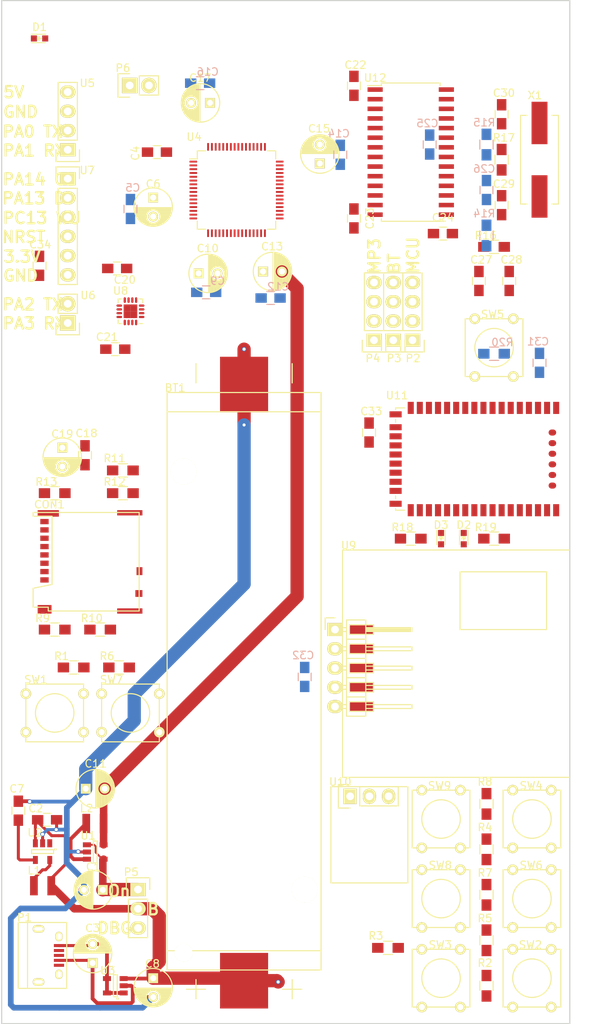
<source format=kicad_pcb>
(kicad_pcb (version 4) (host pcbnew 4.0.2-stable)
  (title_block (title "SenseWalk2: Minimalistic version") (rev 1) (company "University of Central Florida\\nSenior Design G23\\nBenoit Brummer\\n\\n\\n"))
  (layers (0 F.Cu signal) (31 B.Cu signal) (34 B.Paste user) (35 F.Paste user) (36 B.SilkS user) (37 F.SilkS user) (38 B.Mask user) (39 F.Mask user) (44 Edge.Cuts user))
  (net 0 "")
  (net 1 GND)
  (net 2 +BATT)
  (net 3 +5V)
  (net 4 +3V3)
  (net 5 PD2_SD-CMD)
  (net 6 PC10_SD-D2)
  (net 7 PC11_SD-D3)
  (net 8 PC12_SD-CK)
  (net 9 PC8_SD-D0)
  (net 10 PC9_SD-D1)
  (net 11 PA15_SD-DET)
  (net 12 "Net-(L2-Pad1)")
  (net 13 /in5)
  (net 14 /in6)
  (net 15 /in7)
  (net 16 /in8)
  (net 17 /in1)
  (net 18 /in2)
  (net 19 /in3)
  (net 20 /in4)
  (net 21 PC13_dbg)
  (net 22 NRST)
  (net 23 PC0_MP3-SCL)
  (net 24 PC1_MP3-SDA)
  (net 25 PC2_MAG-MISO)
  (net 26 PA0_las)
  (net 27 PA1_las)
  (net 28 PA2_UART)
  (net 29 PA3_UART)
  (net 30 PA4_BTpcm-Sync)
  (net 31 PA5_MP3-SCK)
  (net 32 PA6_BT-RTS)
  (net 33 PA7_MP3-SDI)
  (net 34 PC4_BT-RX)
  (net 35 PC5_BT-TX)
  (net 36 PB1_BT-CTS)
  (net 37 PB2_BT-GP2)
  (net 38 PB10_MAG-SPC)
  (net 39 "Net-(D1-Pad2)")
  (net 40 PB12_MAG-INT)
  (net 41 PB13_MAG-TRIG)
  (net 42 PB14_MP3-RST)
  (net 43 PB15_MAG-MOSI)
  (net 44 PC6_MP3-DR)
  (net 45 PA9_GPS-RX)
  (net 46 PA13_dbg)
  (net 47 PA14_dbg)
  (net 48 PB3_BTpcm-CLK)
  (net 49 PB5_BTpcm-IN)
  (net 50 PB7_GPS-TX)
  (net 51 PB9_MAG-CS)
  (net 52 "Net-(P4-Pad4)")
  (net 53 "Net-(P4-Pad1)")
  (net 54 "Net-(P4-Pad2)")
  (net 55 "Net-(C26-Pad1)")
  (net 56 "Net-(C28-Pad1)")
  (net 57 "Net-(C29-Pad1)")
  (net 58 "Net-(C27-Pad1)")
  (net 59 "Net-(D2-Pad2)")
  (net 60 "Net-(D2-Pad1)")
  (net 61 "Net-(D3-Pad2)")
  (net 62 "Net-(D3-Pad1)")
  (net 63 "Net-(P3-Pad1)")
  (net 64 "Net-(P3-Pad2)")
  (net 65 "Net-(P3-Pad3)")
  (net 66 "Net-(P3-Pad4)")
  (net 67 "Net-(L1-Pad2)")
  (net 68 "Net-(C3-Pad2)")
  (net 69 "Net-(C26-Pad2)")
  (net 70 "Net-(C30-Pad1)")
  (net 71 PB0_mic)
  (net 72 PB11_BT-GP9)
  (net 73 x-in-1)
  (net 74 x-in-2)
  (net 75 /3VEN)
  (net 76 /5VEN)
  (module con-trougnouf:18650BatteryHolder (layer F.Cu) (at 69 173 270)
    (fp_text reference BT1 (at -81.9 9.1 360) (layer F.SilkS))
    (fp_text value Battery)
    (pad "" np_thru_hole oval (at -70.87 8 270) (size 3.45 3.45) (drill 3.45) (layers *.Cu *.Mask F.SilkS))
    (pad 1 smd rect (at -3.67 0 270) (size 7.34 6.35) (layers F.Cu F.Paste F.Mask) (net 2 +BATT))
    (pad 2 smd rect (at -82.33 0 270) (size 7.34 6.35) (layers F.Cu F.Paste F.Mask) (net 1 GND))
    (pad "" np_thru_hole oval (at -7.34 8 270) (size 2.39 2.39) (drill 2.39) (layers *.Cu *.Mask F.SilkS))
    (pad "" np_thru_hole oval (at -15.67 -8 270) (size 3.45 3.45) (drill 3.45) (layers *.Cu *.Mask F.SilkS))
  )
  (module Capacitors_ThroughHole:C_Radial_D5_L11_P2.5 (layer F.Cu) (at 50.35 157.35 180)
    (fp_text reference C1 (at 1.25 3.05 180) (layer F.SilkS))
    (fp_text value 10uF)
    (pad 1 thru_hole rect (at 0 0 180) (size 1.3 1.3) (drill 0.8) (layers *.Cu *.Mask F.SilkS) (net 75 /3VEN))
    (pad 2 thru_hole circle (at 2.5 0 180) (size 1.3 1.3) (drill 0.8) (layers *.Cu *.Mask F.SilkS) (net 1 GND))
  )
  (module con-trougnouf:MicroSD (layer F.Cu) (at 42.65 112.05 90)
    (fp_text reference CON1 (at 5.55 0.65 180) (layer F.SilkS))
    (fp_text value uSD_Card)
    (pad 6 smd rect (at -2.2 0 90) (size 0.7 1.1) (layers F.Cu F.Paste F.Mask) (net 1 GND))
    (pad 3 smd rect (at 1.1 0 90) (size 0.7 1.1) (layers F.Cu F.Paste F.Mask) (net 5 PD2_SD-CMD))
    (pad ~ smd rect (at 4.38 0.5 90) (size 0.86 2.8) (layers F.Cu F.Paste F.Mask))
    (pad 1 smd rect (at 3.3 0 90) (size 0.7 1.1) (layers F.Cu F.Paste F.Mask) (net 6 PC10_SD-D2))
    (pad 2 smd rect (at 2.2 0 90) (size 0.7 1.1) (layers F.Cu F.Paste F.Mask) (net 7 PC11_SD-D3))
    (pad 4 smd rect (at 0 0 90) (size 0.7 1.1) (layers F.Cu F.Paste F.Mask) (net 4 +3V3))
    (pad 5 smd rect (at -1.1 0 90) (size 0.7 1.1) (layers F.Cu F.Paste F.Mask) (net 8 PC12_SD-CK))
    (pad 7 smd rect (at -3.3 0 90) (size 0.7 1.1) (layers F.Cu F.Paste F.Mask) (net 9 PC8_SD-D0))
    (pad 8 smd rect (at -4.4 0 90) (size 0.7 1.1) (layers F.Cu F.Paste F.Mask) (net 10 PC9_SD-D1))
    (pad ~ smd rect (at -8.28 0.015 90) (size 1.14 1.83) (layers F.Cu F.Paste F.Mask))
    (pad ~ smd rect (at -8.5 11.265 90) (size 0.7 3.33) (layers F.Cu F.Paste F.Mask))
    (pad 6 smd rect (at -6.19 12.465 90) (size 0.9 0.93) (layers F.Cu F.Paste F.Mask) (net 1 GND))
    (pad 9 smd rect (at -3.24 12.54 90) (size 1.05 0.78) (layers F.Cu F.Paste F.Mask) (net 11 PA15_SD-DET))
    (pad ~ smd rect (at 4.46 11.265 90) (size 0.7 3.33) (layers F.Cu F.Paste F.Mask))
  )
  (module BT:RN-52 (layer F.Cu) (at 102 100.5 270)
    (fp_text reference U11 (at -8.4 12.8 360) (layer F.SilkS))
    (fp_text value RN-52)
    (pad 28 smd rect (at 6.75 11 270) (size 1.6 0.8) (layers F.Cu F.Paste F.Mask))
    (pad 27 smd rect (at 5.9 13 270) (size 0.8 1.6) (layers F.Cu F.Paste F.Mask) (net 1 GND))
    (pad 19 smd rect (at -4.2 13 270) (size 0.8 1.6) (layers F.Cu F.Paste F.Mask))
    (pad 1 smd rect (at -6.75 -8.2 270) (size 1.6 0.8) (layers F.Cu F.Paste F.Mask) (net 1 GND))
    (pad 2 smd rect (at -6.75 -7 270) (size 1.6 0.8) (layers F.Cu F.Paste F.Mask) (net 37 PB2_BT-GP2))
    (pad 3 smd rect (at -6.75 -5.8 270) (size 1.6 0.8) (layers F.Cu F.Paste F.Mask))
    (pad 4 smd rect (at -6.75 -4.6 270) (size 1.6 0.8) (layers F.Cu F.Paste F.Mask))
    (pad 5 smd rect (at -6.75 -3.4 270) (size 1.6 0.8) (layers F.Cu F.Paste F.Mask))
    (pad 6 smd rect (at -6.75 -2.2 270) (size 1.6 0.8) (layers F.Cu F.Paste F.Mask))
    (pad 7 smd rect (at -6.75 -1 270) (size 1.6 0.8) (layers F.Cu F.Paste F.Mask))
    (pad 8 smd rect (at -6.75 0.2 270) (size 1.6 0.8) (layers F.Cu F.Paste F.Mask))
    (pad 9 smd rect (at -6.75 1.4 270) (size 1.6 0.8) (layers F.Cu F.Paste F.Mask))
    (pad 10 smd rect (at -6.75 2.6 270) (size 1.6 0.8) (layers F.Cu F.Paste F.Mask))
    (pad 11 smd rect (at -6.75 3.8 270) (size 1.6 0.8) (layers F.Cu F.Paste F.Mask) (net 72 PB11_BT-GP9))
    (pad 12 smd rect (at -6.75 5 270) (size 1.6 0.8) (layers F.Cu F.Paste F.Mask))
    (pad 13 smd rect (at -6.75 6.2 270) (size 1.6 0.8) (layers F.Cu F.Paste F.Mask))
    (pad 14 smd rect (at -6.75 7.4 270) (size 1.6 0.8) (layers F.Cu F.Paste F.Mask) (net 32 PA6_BT-RTS))
    (pad 15 smd rect (at -6.75 8.6 270) (size 1.6 0.8) (layers F.Cu F.Paste F.Mask) (net 36 PB1_BT-CTS))
    (pad 16 smd rect (at -6.75 9.8 270) (size 1.6 0.8) (layers F.Cu F.Paste F.Mask) (net 35 PC5_BT-TX))
    (pad 17 smd rect (at -6.75 11 270) (size 1.6 0.8) (layers F.Cu F.Paste F.Mask) (net 34 PC4_BT-RX))
    (pad 18 smd rect (at -5.9 13 270) (size 0.8 1.6) (layers F.Cu F.Paste F.Mask) (net 1 GND))
    (pad 20 smd rect (at -3 13 270) (size 0.8 1.6) (layers F.Cu F.Paste F.Mask))
    (pad 21 smd rect (at -1.8 13 270) (size 0.8 1.6) (layers F.Cu F.Paste F.Mask) (net 4 +3V3))
    (pad 22 smd rect (at -0.6 13 270) (size 0.8 1.6) (layers F.Cu F.Paste F.Mask) (net 4 +3V3))
    (pad 23 smd rect (at 0.6 13 270) (size 0.8 1.6) (layers F.Cu F.Paste F.Mask) (net 66 "Net-(P3-Pad4)"))
    (pad 24 smd rect (at 1.8 13 270) (size 0.8 1.6) (layers F.Cu F.Paste F.Mask) (net 65 "Net-(P3-Pad3)"))
    (pad 25 smd rect (at 3 13 270) (size 0.8 1.6) (layers F.Cu F.Paste F.Mask) (net 64 "Net-(P3-Pad2)"))
    (pad 26 smd rect (at 4.2 13 270) (size 0.8 1.6) (layers F.Cu F.Paste F.Mask) (net 63 "Net-(P3-Pad1)"))
    (pad 29 smd rect (at 6.75 9.8 270) (size 1.6 0.8) (layers F.Cu F.Paste F.Mask))
    (pad 30 smd rect (at 6.75 8.6 270) (size 1.6 0.8) (layers F.Cu F.Paste F.Mask))
    (pad 31 smd rect (at 6.75 7.4 270) (size 1.6 0.8) (layers F.Cu F.Paste F.Mask))
    (pad 32 smd rect (at 6.75 6.2 270) (size 1.6 0.8) (layers F.Cu F.Paste F.Mask) (net 62 "Net-(D3-Pad1)"))
    (pad 33 smd rect (at 6.75 5 270) (size 1.6 0.8) (layers F.Cu F.Paste F.Mask) (net 60 "Net-(D2-Pad1)"))
    (pad 34 smd rect (at 6.75 3.8 270) (size 1.6 0.8) (layers F.Cu F.Paste F.Mask))
    (pad 35 smd rect (at 6.75 2.6 270) (size 1.6 0.8) (layers F.Cu F.Paste F.Mask))
    (pad 36 smd rect (at 6.75 1.4 270) (size 1.6 0.8) (layers F.Cu F.Paste F.Mask))
    (pad 37 smd rect (at 6.75 0.2 270) (size 1.6 0.8) (layers F.Cu F.Paste F.Mask))
    (pad 38 smd rect (at 6.75 -1 270) (size 1.6 0.8) (layers F.Cu F.Paste F.Mask))
    (pad 39 smd rect (at 6.75 -2.2 270) (size 1.6 0.8) (layers F.Cu F.Paste F.Mask) (net 1 GND))
    (pad 40 smd rect (at 6.75 -3.4 270) (size 1.6 0.8) (layers F.Cu F.Paste F.Mask))
    (pad 41 smd rect (at 6.75 -4.6 270) (size 1.6 0.8) (layers F.Cu F.Paste F.Mask))
    (pad 42 smd rect (at 6.75 -5.8 270) (size 1.6 0.8) (layers F.Cu F.Paste F.Mask))
    (pad 43 smd rect (at 6.75 -7 270) (size 1.6 0.8) (layers F.Cu F.Paste F.Mask))
    (pad 44 smd rect (at 6.75 -8.2 270) (size 1.6 0.8) (layers F.Cu F.Paste F.Mask) (net 1 GND))
    (pad 45 smd oval (at 3.5 -7.7 270) (size 0.8 1) (layers F.Cu F.Paste F.Mask) (net 1 GND))
    (pad 46 smd oval (at 2.1 -7.7 270) (size 0.8 1) (layers F.Cu F.Paste F.Mask) (net 1 GND))
    (pad 47 smd oval (at 0.7 -7.7 270) (size 0.8 1) (layers F.Cu F.Paste F.Mask) (net 1 GND))
    (pad 48 smd oval (at -0.7 -7.7 270) (size 0.8 1) (layers F.Cu F.Paste F.Mask) (net 1 GND))
    (pad 49 smd oval (at -2.1 -7.7 270) (size 0.8 1) (layers F.Cu F.Paste F.Mask) (net 1 GND))
    (pad 50 smd oval (at -3.5 -7.7 270) (size 0.8 1) (layers F.Cu F.Paste F.Mask) (net 1 GND))
  )
  (module Capacitors_ThroughHole:C_Radial_D5_L11_P2.5 (layer F.Cu) (at 49 167 90)
    (fp_text reference C3 (at 4.6 0 180) (layer F.SilkS))
    (fp_text value 1uF)
    (pad 1 thru_hole rect (at 0 0 90) (size 1.3 1.3) (drill 0.8) (layers *.Cu *.Mask F.SilkS) (net 1 GND))
    (pad 2 thru_hole circle (at 2.5 0 90) (size 1.3 1.3) (drill 0.8) (layers *.Cu *.Mask F.SilkS) (net 68 "Net-(C3-Pad2)"))
  )
  (module Capacitors_SMD:C_0805_HandSoldering (layer F.Cu) (at 57.5 60)
    (fp_text reference C4 (at -2.85 0.15 90) (layer F.SilkS))
    (fp_text value 0.1uF)
    (pad 1 smd rect (at -1.25 0) (size 1.5 1.25) (layers F.Cu F.Paste F.Mask) (net 1 GND))
    (pad 2 smd rect (at 1.25 0) (size 1.5 1.25) (layers F.Cu F.Paste F.Mask) (net 4 +3V3))
  )
  (module Capacitors_ThroughHole:C_Radial_D5_L11_P2.5 (layer F.Cu) (at 57 66 270)
    (fp_text reference C6 (at -1.8 0 360) (layer F.SilkS))
    (fp_text value 4.7uF)
    (pad 1 thru_hole rect (at 0 0 270) (size 1.3 1.3) (drill 0.8) (layers *.Cu *.Mask F.SilkS) (net 1 GND))
    (pad 2 thru_hole circle (at 2.5 0 270) (size 1.3 1.3) (drill 0.8) (layers *.Cu *.Mask F.SilkS) (net 4 +3V3))
  )
  (module Capacitors_SMD:C_0805_HandSoldering (layer F.Cu) (at 39.2 146.9 90)
    (fp_text reference C7 (at 2.9 -0.2 180) (layer F.SilkS))
    (fp_text value 10uF)
    (pad 1 smd rect (at -1.25 0 90) (size 1.5 1.25) (layers F.Cu F.Paste F.Mask) (net 3 +5V))
    (pad 2 smd rect (at 1.25 0 90) (size 1.5 1.25) (layers F.Cu F.Paste F.Mask) (net 1 GND))
  )
  (module Capacitors_ThroughHole:C_Radial_D5_L11_P2.5 (layer F.Cu) (at 57 169 270)
    (fp_text reference C8 (at -1.9 0.1 360) (layer F.SilkS))
    (fp_text value 1uF)
    (pad 1 thru_hole rect (at 0 0 270) (size 1.3 1.3) (drill 0.8) (layers *.Cu *.Mask F.SilkS) (net 2 +BATT))
    (pad 2 thru_hole circle (at 2.5 0 270) (size 1.3 1.3) (drill 0.8) (layers *.Cu *.Mask F.SilkS) (net 1 GND))
  )
  (module Capacitors_ThroughHole:C_Radial_D5_L11_P2.5 (layer F.Cu) (at 63 76)
    (fp_text reference C10 (at 1.2 -3.3) (layer F.SilkS))
    (fp_text value 4.7uF)
    (pad 1 thru_hole rect (at 0 0) (size 1.3 1.3) (drill 0.8) (layers *.Cu *.Mask F.SilkS) (net 1 GND))
    (pad 2 thru_hole circle (at 2.5 0) (size 1.3 1.3) (drill 0.8) (layers *.Cu *.Mask F.SilkS) (net 4 +3V3))
  )
  (module Capacitors_ThroughHole:C_Radial_D5_L11_P2.5 (layer F.Cu) (at 64.5 53.5 180)
    (fp_text reference C17 (at 1.3 3.3 180) (layer F.SilkS))
    (fp_text value 4.7uF)
    (pad 1 thru_hole rect (at 0 0 180) (size 1.3 1.3) (drill 0.8) (layers *.Cu *.Mask F.SilkS) (net 1 GND))
    (pad 2 thru_hole circle (at 2.5 0 180) (size 1.3 1.3) (drill 0.8) (layers *.Cu *.Mask F.SilkS) (net 4 +3V3))
  )
  (module Inductors_NEOSID:Neosid_Inductor_SM-NE29_SMD1008 (layer F.Cu) (at 42.4 156.8 180)
    (fp_text reference L1 (at 1.1 2 180) (layer F.SilkS))
    (fp_text value 4.7uH)
    (pad 2 smd rect (at 1.14554 0 180) (size 1.02108 2.54) (layers F.Cu F.Paste F.Mask) (net 67 "Net-(L1-Pad2)"))
    (pad 1 smd rect (at -1.14554 0 180) (size 1.02108 2.54) (layers F.Cu F.Paste F.Mask) (net 2 +BATT))
  )
  (module Inductors_NEOSID:Neosid_Inductor_SM-NE29_SMD1008 (layer F.Cu) (at 49.31 148.58)
    (fp_text reference L2 (at -1.11 -1.98 180) (layer F.SilkS))
    (fp_text value 4.7uH)
    (pad 2 smd rect (at 1.14554 0) (size 1.02108 2.54) (layers F.Cu F.Paste F.Mask) (net 4 +3V3))
    (pad 1 smd rect (at -1.14554 0) (size 1.02108 2.54) (layers F.Cu F.Paste F.Mask) (net 12 "Net-(L2-Pad1)"))
  )
  (module Connect:USB_Micro-B (layer F.Cu) (at 43 166 270)
    (fp_text reference P1 (at -5 3 360) (layer F.SilkS))
    (fp_text value USB_B)
    (pad 1 smd rect (at -1.3009 -1.56254) (size 1.35 0.4) (layers F.Cu F.Paste F.Mask) (net 68 "Net-(C3-Pad2)"))
    (pad 2 smd rect (at -0.6509 -1.56254) (size 1.35 0.4) (layers F.Cu F.Paste F.Mask))
    (pad 3 smd rect (at -0.0009 -1.56254) (size 1.35 0.4) (layers F.Cu F.Paste F.Mask))
    (pad 4 smd rect (at 0.6491 -1.56254) (size 1.35 0.4) (layers F.Cu F.Paste F.Mask) (net 1 GND))
    (pad 5 smd rect (at 1.2991 -1.56254) (size 1.35 0.4) (layers F.Cu F.Paste F.Mask))
    (pad 6 thru_hole oval (at -2.5009 -1.56254) (size 0.95 1.25) (drill oval 0.55 0.85) (layers *.Cu *.Mask F.SilkS))
    (pad 6 thru_hole oval (at 2.4991 -1.56254) (size 0.95 1.25) (drill oval 0.55 0.85) (layers *.Cu *.Mask F.SilkS))
    (pad 6 thru_hole oval (at -3.5009 1.13746) (size 1.55 1) (drill oval 1.15 0.5) (layers *.Cu *.Mask F.SilkS))
    (pad 6 thru_hole oval (at 3.4991 1.13746) (size 1.55 1) (drill oval 1.15 0.5) (layers *.Cu *.Mask F.SilkS))
  )
  (module Buttons_Switches_ThroughHole:SW_PUSH_SMALL (layer F.Cu) (at 44 134)
    (fp_text reference SW1 (at -2.5 -4.4) (layer F.SilkS))
    (fp_text value SW_PUSH)
    (pad 1 thru_hole circle (at 3.81 -2.54) (size 1.397 1.397) (drill 0.8128) (layers *.Cu *.Mask F.SilkS) (net 13 /in5))
    (pad 2 thru_hole circle (at 3.81 2.54) (size 1.397 1.397) (drill 0.8128) (layers *.Cu *.Mask F.SilkS) (net 4 +3V3))
    (pad 1 thru_hole circle (at -3.81 -2.54) (size 1.397 1.397) (drill 0.8128) (layers *.Cu *.Mask F.SilkS) (net 13 /in5))
    (pad 2 thru_hole circle (at -3.81 2.54) (size 1.397 1.397) (drill 0.8128) (layers *.Cu *.Mask F.SilkS) (net 4 +3V3))
  )
  (module Buttons_Switches_ThroughHole:SW_PUSH_SMALL (layer F.Cu) (at 107 169 270)
    (fp_text reference SW2 (at -4.4 0.2 360) (layer F.SilkS))
    (fp_text value SW_PUSH)
    (pad 1 thru_hole circle (at 3.81 -2.54 270) (size 1.397 1.397) (drill 0.8128) (layers *.Cu *.Mask F.SilkS) (net 14 /in6))
    (pad 2 thru_hole circle (at 3.81 2.54 270) (size 1.397 1.397) (drill 0.8128) (layers *.Cu *.Mask F.SilkS) (net 4 +3V3))
    (pad 1 thru_hole circle (at -3.81 -2.54 270) (size 1.397 1.397) (drill 0.8128) (layers *.Cu *.Mask F.SilkS) (net 14 /in6))
    (pad 2 thru_hole circle (at -3.81 2.54 270) (size 1.397 1.397) (drill 0.8128) (layers *.Cu *.Mask F.SilkS) (net 4 +3V3))
  )
  (module Buttons_Switches_ThroughHole:SW_PUSH_SMALL (layer F.Cu) (at 95 169 90)
    (fp_text reference SW3 (at 4.4 -0.1 180) (layer F.SilkS))
    (fp_text value SW_PUSH)
    (pad 1 thru_hole circle (at 3.81 -2.54 90) (size 1.397 1.397) (drill 0.8128) (layers *.Cu *.Mask F.SilkS) (net 15 /in7))
    (pad 2 thru_hole circle (at 3.81 2.54 90) (size 1.397 1.397) (drill 0.8128) (layers *.Cu *.Mask F.SilkS) (net 4 +3V3))
    (pad 1 thru_hole circle (at -3.81 -2.54 90) (size 1.397 1.397) (drill 0.8128) (layers *.Cu *.Mask F.SilkS) (net 15 /in7))
    (pad 2 thru_hole circle (at -3.81 2.54 90) (size 1.397 1.397) (drill 0.8128) (layers *.Cu *.Mask F.SilkS) (net 4 +3V3))
  )
  (module Buttons_Switches_ThroughHole:SW_PUSH_SMALL (layer F.Cu) (at 107 148 270)
    (fp_text reference SW4 (at -4.4 0.1 360) (layer F.SilkS))
    (fp_text value SW_PUSH)
    (pad 1 thru_hole circle (at 3.81 -2.54 270) (size 1.397 1.397) (drill 0.8128) (layers *.Cu *.Mask F.SilkS) (net 16 /in8))
    (pad 2 thru_hole circle (at 3.81 2.54 270) (size 1.397 1.397) (drill 0.8128) (layers *.Cu *.Mask F.SilkS) (net 4 +3V3))
    (pad 1 thru_hole circle (at -3.81 -2.54 270) (size 1.397 1.397) (drill 0.8128) (layers *.Cu *.Mask F.SilkS) (net 16 /in8))
    (pad 2 thru_hole circle (at -3.81 2.54 270) (size 1.397 1.397) (drill 0.8128) (layers *.Cu *.Mask F.SilkS) (net 4 +3V3))
  )
  (module Buttons_Switches_ThroughHole:SW_PUSH_SMALL (layer F.Cu) (at 107 158.5 270)
    (fp_text reference SW6 (at -4.4 0.1 360) (layer F.SilkS))
    (fp_text value SW_PUSH)
    (pad 1 thru_hole circle (at 3.81 -2.54 270) (size 1.397 1.397) (drill 0.8128) (layers *.Cu *.Mask F.SilkS) (net 17 /in1))
    (pad 2 thru_hole circle (at 3.81 2.54 270) (size 1.397 1.397) (drill 0.8128) (layers *.Cu *.Mask F.SilkS) (net 4 +3V3))
    (pad 1 thru_hole circle (at -3.81 -2.54 270) (size 1.397 1.397) (drill 0.8128) (layers *.Cu *.Mask F.SilkS) (net 17 /in1))
    (pad 2 thru_hole circle (at -3.81 2.54 270) (size 1.397 1.397) (drill 0.8128) (layers *.Cu *.Mask F.SilkS) (net 4 +3V3))
  )
  (module Buttons_Switches_ThroughHole:SW_PUSH_SMALL (layer F.Cu) (at 54 134)
    (fp_text reference SW7 (at -2.5 -4.4) (layer F.SilkS))
    (fp_text value SW_PUSH)
    (pad 1 thru_hole circle (at 3.81 -2.54) (size 1.397 1.397) (drill 0.8128) (layers *.Cu *.Mask F.SilkS) (net 18 /in2))
    (pad 2 thru_hole circle (at 3.81 2.54) (size 1.397 1.397) (drill 0.8128) (layers *.Cu *.Mask F.SilkS) (net 4 +3V3))
    (pad 1 thru_hole circle (at -3.81 -2.54) (size 1.397 1.397) (drill 0.8128) (layers *.Cu *.Mask F.SilkS) (net 18 /in2))
    (pad 2 thru_hole circle (at -3.81 2.54) (size 1.397 1.397) (drill 0.8128) (layers *.Cu *.Mask F.SilkS) (net 4 +3V3))
  )
  (module Buttons_Switches_ThroughHole:SW_PUSH_SMALL (layer F.Cu) (at 95 158.5 90)
    (fp_text reference SW8 (at 4.4 -0.1 180) (layer F.SilkS))
    (fp_text value SW_PUSH)
    (pad 1 thru_hole circle (at 3.81 -2.54 90) (size 1.397 1.397) (drill 0.8128) (layers *.Cu *.Mask F.SilkS) (net 19 /in3))
    (pad 2 thru_hole circle (at 3.81 2.54 90) (size 1.397 1.397) (drill 0.8128) (layers *.Cu *.Mask F.SilkS) (net 4 +3V3))
    (pad 1 thru_hole circle (at -3.81 -2.54 90) (size 1.397 1.397) (drill 0.8128) (layers *.Cu *.Mask F.SilkS) (net 19 /in3))
    (pad 2 thru_hole circle (at -3.81 2.54 90) (size 1.397 1.397) (drill 0.8128) (layers *.Cu *.Mask F.SilkS) (net 4 +3V3))
  )
  (module Buttons_Switches_ThroughHole:SW_PUSH_SMALL (layer F.Cu) (at 95 148 90)
    (fp_text reference SW9 (at 4.4 -0.2 180) (layer F.SilkS))
    (fp_text value SW_PUSH)
    (pad 1 thru_hole circle (at 3.81 -2.54 90) (size 1.397 1.397) (drill 0.8128) (layers *.Cu *.Mask F.SilkS) (net 20 /in4))
    (pad 2 thru_hole circle (at 3.81 2.54 90) (size 1.397 1.397) (drill 0.8128) (layers *.Cu *.Mask F.SilkS) (net 4 +3V3))
    (pad 1 thru_hole circle (at -3.81 -2.54 90) (size 1.397 1.397) (drill 0.8128) (layers *.Cu *.Mask F.SilkS) (net 20 /in4))
    (pad 2 thru_hole circle (at -3.81 2.54 90) (size 1.397 1.397) (drill 0.8128) (layers *.Cu *.Mask F.SilkS) (net 4 +3V3))
  )
  (module TO_SOT_Packages_SMD:SOT-23-5 (layer F.Cu) (at 42.4 152.3 270)
    (fp_text reference U2 (at -2.5 1 360) (layer F.SilkS))
    (fp_text value XC9140)
    (pad 1 smd rect (at -1.1 -0.95 270) (size 1.06 0.65) (layers F.Cu F.Paste F.Mask) (net 76 /5VEN))
    (pad 2 smd rect (at -1.1 0 270) (size 1.06 0.65) (layers F.Cu F.Paste F.Mask) (net 1 GND))
    (pad 3 smd rect (at -1.1 0.95 270) (size 1.06 0.65) (layers F.Cu F.Paste F.Mask) (net 2 +BATT))
    (pad 4 smd rect (at 1.1 0.95 270) (size 1.06 0.65) (layers F.Cu F.Paste F.Mask) (net 3 +5V))
    (pad 5 smd rect (at 1.1 -0.95 270) (size 1.06 0.65) (layers F.Cu F.Paste F.Mask) (net 67 "Net-(L1-Pad2)"))
  )
  (module TO_SOT_Packages_SMD:SOT-23-5 (layer F.Cu) (at 52 170 180)
    (fp_text reference U3 (at 1 2 180) (layer F.SilkS))
    (fp_text value MCP73811/2)
    (pad 1 smd rect (at -1.1 -0.95 180) (size 1.06 0.65) (layers F.Cu F.Paste F.Mask) (net 68 "Net-(C3-Pad2)"))
    (pad 2 smd rect (at -1.1 0 180) (size 1.06 0.65) (layers F.Cu F.Paste F.Mask) (net 1 GND))
    (pad 3 smd rect (at -1.1 0.95 180) (size 1.06 0.65) (layers F.Cu F.Paste F.Mask) (net 2 +BATT))
    (pad 4 smd rect (at 1.1 0.95 180) (size 1.06 0.65) (layers F.Cu F.Paste F.Mask) (net 68 "Net-(C3-Pad2)"))
    (pad 5 smd rect (at 1.1 -0.95 180) (size 1.06 0.65) (layers F.Cu F.Paste F.Mask) (net 68 "Net-(C3-Pad2)"))
  )
  (module Housings_QFP:LQFP-64_10x10mm_Pitch0.5mm (layer F.Cu) (at 68 65)
    (fp_text reference U4 (at -5.6 -7) (layer F.SilkS))
    (fp_text value STM32L476R)
    (pad 1 smd rect (at -5.7 -3.75) (size 1 0.25) (layers F.Cu F.Paste F.Mask) (net 4 +3V3))
    (pad 2 smd rect (at -5.7 -3.25) (size 1 0.25) (layers F.Cu F.Paste F.Mask) (net 21 PC13_dbg))
    (pad 3 smd rect (at -5.7 -2.75) (size 1 0.25) (layers F.Cu F.Paste F.Mask) (net 13 /in5))
    (pad 4 smd rect (at -5.7 -2.25) (size 1 0.25) (layers F.Cu F.Paste F.Mask) (net 14 /in6))
    (pad 5 smd rect (at -5.7 -1.75) (size 1 0.25) (layers F.Cu F.Paste F.Mask) (net 15 /in7))
    (pad 6 smd rect (at -5.7 -1.25) (size 1 0.25) (layers F.Cu F.Paste F.Mask) (net 16 /in8))
    (pad 7 smd rect (at -5.7 -0.75) (size 1 0.25) (layers F.Cu F.Paste F.Mask) (net 22 NRST))
    (pad 8 smd rect (at -5.7 -0.25) (size 1 0.25) (layers F.Cu F.Paste F.Mask) (net 23 PC0_MP3-SCL))
    (pad 9 smd rect (at -5.7 0.25) (size 1 0.25) (layers F.Cu F.Paste F.Mask) (net 24 PC1_MP3-SDA))
    (pad 10 smd rect (at -5.7 0.75) (size 1 0.25) (layers F.Cu F.Paste F.Mask) (net 25 PC2_MAG-MISO))
    (pad 11 smd rect (at -5.7 1.25) (size 1 0.25) (layers F.Cu F.Paste F.Mask))
    (pad 12 smd rect (at -5.7 1.75) (size 1 0.25) (layers F.Cu F.Paste F.Mask) (net 1 GND))
    (pad 13 smd rect (at -5.7 2.25) (size 1 0.25) (layers F.Cu F.Paste F.Mask) (net 4 +3V3))
    (pad 14 smd rect (at -5.7 2.75) (size 1 0.25) (layers F.Cu F.Paste F.Mask) (net 26 PA0_las))
    (pad 15 smd rect (at -5.7 3.25) (size 1 0.25) (layers F.Cu F.Paste F.Mask) (net 27 PA1_las))
    (pad 16 smd rect (at -5.7 3.75) (size 1 0.25) (layers F.Cu F.Paste F.Mask) (net 28 PA2_UART))
    (pad 17 smd rect (at -3.75 5.7 90) (size 1 0.25) (layers F.Cu F.Paste F.Mask) (net 29 PA3_UART))
    (pad 18 smd rect (at -3.25 5.7 90) (size 1 0.25) (layers F.Cu F.Paste F.Mask) (net 1 GND))
    (pad 19 smd rect (at -2.75 5.7 90) (size 1 0.25) (layers F.Cu F.Paste F.Mask) (net 4 +3V3))
    (pad 20 smd rect (at -2.25 5.7 90) (size 1 0.25) (layers F.Cu F.Paste F.Mask) (net 30 PA4_BTpcm-Sync))
    (pad 21 smd rect (at -1.75 5.7 90) (size 1 0.25) (layers F.Cu F.Paste F.Mask) (net 31 PA5_MP3-SCK))
    (pad 22 smd rect (at -1.25 5.7 90) (size 1 0.25) (layers F.Cu F.Paste F.Mask) (net 32 PA6_BT-RTS))
    (pad 23 smd rect (at -0.75 5.7 90) (size 1 0.25) (layers F.Cu F.Paste F.Mask) (net 33 PA7_MP3-SDI))
    (pad 24 smd rect (at -0.25 5.7 90) (size 1 0.25) (layers F.Cu F.Paste F.Mask) (net 34 PC4_BT-RX))
    (pad 25 smd rect (at 0.25 5.7 90) (size 1 0.25) (layers F.Cu F.Paste F.Mask) (net 35 PC5_BT-TX))
    (pad 26 smd rect (at 0.75 5.7 90) (size 1 0.25) (layers F.Cu F.Paste F.Mask) (net 71 PB0_mic))
    (pad 27 smd rect (at 1.25 5.7 90) (size 1 0.25) (layers F.Cu F.Paste F.Mask) (net 36 PB1_BT-CTS))
    (pad 28 smd rect (at 1.75 5.7 90) (size 1 0.25) (layers F.Cu F.Paste F.Mask) (net 37 PB2_BT-GP2))
    (pad 29 smd rect (at 2.25 5.7 90) (size 1 0.25) (layers F.Cu F.Paste F.Mask) (net 38 PB10_MAG-SPC))
    (pad 30 smd rect (at 2.75 5.7 90) (size 1 0.25) (layers F.Cu F.Paste F.Mask) (net 72 PB11_BT-GP9))
    (pad 31 smd rect (at 3.25 5.7 90) (size 1 0.25) (layers F.Cu F.Paste F.Mask) (net 1 GND))
    (pad 32 smd rect (at 3.75 5.7 90) (size 1 0.25) (layers F.Cu F.Paste F.Mask) (net 4 +3V3))
    (pad 33 smd rect (at 5.7 3.75) (size 1 0.25) (layers F.Cu F.Paste F.Mask) (net 40 PB12_MAG-INT))
    (pad 34 smd rect (at 5.7 3.25) (size 1 0.25) (layers F.Cu F.Paste F.Mask) (net 41 PB13_MAG-TRIG))
    (pad 35 smd rect (at 5.7 2.75) (size 1 0.25) (layers F.Cu F.Paste F.Mask) (net 42 PB14_MP3-RST))
    (pad 36 smd rect (at 5.7 2.25) (size 1 0.25) (layers F.Cu F.Paste F.Mask) (net 43 PB15_MAG-MOSI))
    (pad 37 smd rect (at 5.7 1.75) (size 1 0.25) (layers F.Cu F.Paste F.Mask) (net 44 PC6_MP3-DR))
    (pad 38 smd rect (at 5.7 1.25) (size 1 0.25) (layers F.Cu F.Paste F.Mask) (net 76 /5VEN))
    (pad 39 smd rect (at 5.7 0.75) (size 1 0.25) (layers F.Cu F.Paste F.Mask) (net 9 PC8_SD-D0))
    (pad 40 smd rect (at 5.7 0.25) (size 1 0.25) (layers F.Cu F.Paste F.Mask) (net 10 PC9_SD-D1))
    (pad 41 smd rect (at 5.7 -0.25) (size 1 0.25) (layers F.Cu F.Paste F.Mask) (net 17 /in1))
    (pad 42 smd rect (at 5.7 -0.75) (size 1 0.25) (layers F.Cu F.Paste F.Mask) (net 45 PA9_GPS-RX))
    (pad 43 smd rect (at 5.7 -1.25) (size 1 0.25) (layers F.Cu F.Paste F.Mask) (net 18 /in2))
    (pad 44 smd rect (at 5.7 -1.75) (size 1 0.25) (layers F.Cu F.Paste F.Mask) (net 19 /in3))
    (pad 45 smd rect (at 5.7 -2.25) (size 1 0.25) (layers F.Cu F.Paste F.Mask) (net 20 /in4))
    (pad 46 smd rect (at 5.7 -2.75) (size 1 0.25) (layers F.Cu F.Paste F.Mask) (net 46 PA13_dbg))
    (pad 47 smd rect (at 5.7 -3.25) (size 1 0.25) (layers F.Cu F.Paste F.Mask) (net 1 GND))
    (pad 48 smd rect (at 5.7 -3.75) (size 1 0.25) (layers F.Cu F.Paste F.Mask) (net 4 +3V3))
    (pad 49 smd rect (at 3.75 -5.7 90) (size 1 0.25) (layers F.Cu F.Paste F.Mask) (net 47 PA14_dbg))
    (pad 50 smd rect (at 3.25 -5.7 90) (size 1 0.25) (layers F.Cu F.Paste F.Mask) (net 11 PA15_SD-DET))
    (pad 51 smd rect (at 2.75 -5.7 90) (size 1 0.25) (layers F.Cu F.Paste F.Mask) (net 6 PC10_SD-D2))
    (pad 52 smd rect (at 2.25 -5.7 90) (size 1 0.25) (layers F.Cu F.Paste F.Mask) (net 7 PC11_SD-D3))
    (pad 53 smd rect (at 1.75 -5.7 90) (size 1 0.25) (layers F.Cu F.Paste F.Mask) (net 8 PC12_SD-CK))
    (pad 54 smd rect (at 1.25 -5.7 90) (size 1 0.25) (layers F.Cu F.Paste F.Mask) (net 5 PD2_SD-CMD))
    (pad 55 smd rect (at 0.75 -5.7 90) (size 1 0.25) (layers F.Cu F.Paste F.Mask) (net 48 PB3_BTpcm-CLK))
    (pad 56 smd rect (at 0.25 -5.7 90) (size 1 0.25) (layers F.Cu F.Paste F.Mask) (net 73 x-in-1))
    (pad 57 smd rect (at -0.25 -5.7 90) (size 1 0.25) (layers F.Cu F.Paste F.Mask) (net 49 PB5_BTpcm-IN))
    (pad 58 smd rect (at -0.75 -5.7 90) (size 1 0.25) (layers F.Cu F.Paste F.Mask) (net 74 x-in-2))
    (pad 59 smd rect (at -1.25 -5.7 90) (size 1 0.25) (layers F.Cu F.Paste F.Mask) (net 50 PB7_GPS-TX))
    (pad 60 smd rect (at -1.75 -5.7 90) (size 1 0.25) (layers F.Cu F.Paste F.Mask))
    (pad 61 smd rect (at -2.25 -5.7 90) (size 1 0.25) (layers F.Cu F.Paste F.Mask) (net 39 "Net-(D1-Pad2)"))
    (pad 62 smd rect (at -2.75 -5.7 90) (size 1 0.25) (layers F.Cu F.Paste F.Mask) (net 51 PB9_MAG-CS))
    (pad 63 smd rect (at -3.25 -5.7 90) (size 1 0.25) (layers F.Cu F.Paste F.Mask) (net 1 GND))
    (pad 64 smd rect (at -3.75 -5.7 90) (size 1 0.25) (layers F.Cu F.Paste F.Mask) (net 4 +3V3))
  )
  (module con-trougnouf:Socket_Strip_Straight_1x04_3467 (layer F.Cu) (at 45.72 59.69 90)
    (fp_text reference U5 (at 8.79 2.58 180) (layer F.SilkS))
    (fp_text value Lightware_SF10/A)
    (pad 3 thru_hole rect (at 0 0 90) (size 1.7272 2.032) (drill 1.016) (layers *.Cu *.Mask F.SilkS) (net 27 PA1_las))
    (pad 4 thru_hole oval (at 2.54 0 90) (size 1.7272 2.032) (drill 1.016) (layers *.Cu *.Mask F.SilkS) (net 26 PA0_las))
    (pad 6 thru_hole oval (at 5.08 0 90) (size 1.7272 2.032) (drill 1.016) (layers *.Cu *.Mask F.SilkS) (net 1 GND))
    (pad 7 thru_hole oval (at 7.62 0 90) (size 1.7272 2.032) (drill 1.016) (layers *.Cu *.Mask F.SilkS) (net 3 +5V))
  )
  (module Housings_DFN_QFN:QFN-16-1EP_3x3mm_Pitch0.5mm (layer F.Cu) (at 54 81 180)
    (fp_text reference U8 (at 1.3 2.7 360) (layer F.SilkS))
    (fp_text value MLX90393)
    (pad 1 smd oval (at -1.475 -0.75 180) (size 0.75 0.3) (layers F.Cu F.Paste F.Mask) (net 40 PB12_MAG-INT))
    (pad 2 smd oval (at -1.475 -0.25 180) (size 0.75 0.3) (layers F.Cu F.Paste F.Mask) (net 51 PB9_MAG-CS))
    (pad 3 smd oval (at -1.475 0.25 180) (size 0.75 0.3) (layers F.Cu F.Paste F.Mask) (net 38 PB10_MAG-SPC))
    (pad 4 smd oval (at -1.475 0.75 180) (size 0.75 0.3) (layers F.Cu F.Paste F.Mask))
    (pad 5 smd oval (at -0.75 1.475 270) (size 0.75 0.3) (layers F.Cu F.Paste F.Mask) (net 43 PB15_MAG-MOSI))
    (pad 6 smd oval (at -0.25 1.475 270) (size 0.75 0.3) (layers F.Cu F.Paste F.Mask) (net 25 PC2_MAG-MISO))
    (pad 7 smd oval (at 0.25 1.475 270) (size 0.75 0.3) (layers F.Cu F.Paste F.Mask) (net 41 PB13_MAG-TRIG))
    (pad 8 smd oval (at 0.75 1.475 270) (size 0.75 0.3) (layers F.Cu F.Paste F.Mask) (net 4 +3V3))
    (pad 9 smd oval (at 1.475 0.75 180) (size 0.75 0.3) (layers F.Cu F.Paste F.Mask))
    (pad 10 smd oval (at 1.475 0.25 180) (size 0.75 0.3) (layers F.Cu F.Paste F.Mask))
    (pad 11 smd oval (at 1.475 -0.25 180) (size 0.75 0.3) (layers F.Cu F.Paste F.Mask) (net 1 GND))
    (pad 12 smd oval (at 1.475 -0.75 180) (size 0.75 0.3) (layers F.Cu F.Paste F.Mask) (net 1 GND))
    (pad 13 smd oval (at 0.75 -1.475 270) (size 0.75 0.3) (layers F.Cu F.Paste F.Mask) (net 1 GND))
    (pad 14 smd oval (at 0.25 -1.475 270) (size 0.75 0.3) (layers F.Cu F.Paste F.Mask))
    (pad 15 smd oval (at -0.25 -1.475 270) (size 0.75 0.3) (layers F.Cu F.Paste F.Mask) (net 4 +3V3))
    (pad 16 smd oval (at -0.75 -1.475 270) (size 0.75 0.3) (layers F.Cu F.Paste F.Mask))
    (pad 17 smd rect (at 0.45 0.45 180) (size 0.9 0.9) (layers F.Cu F.Paste F.Mask))
    (pad 17 smd rect (at 0.45 -0.45 180) (size 0.9 0.9) (layers F.Cu F.Paste F.Mask))
    (pad 17 smd rect (at -0.45 0.45 180) (size 0.9 0.9) (layers F.Cu F.Paste F.Mask))
    (pad 17 smd rect (at -0.45 -0.45 180) (size 0.9 0.9) (layers F.Cu F.Paste F.Mask))
  )
  (module Housings_SOIC:SOIC-28_7.5x17.9mm_Pitch1.27mm (layer F.Cu) (at 91 60)
    (fp_text reference U12 (at -4.7 -9.8) (layer F.SilkS))
    (fp_text value STA013)
    (pad 1 smd rect (at -4.7 -8.255) (size 2 0.6) (layers F.Cu F.Paste F.Mask) (net 4 +3V3))
    (pad 2 smd rect (at -4.7 -6.985) (size 2 0.6) (layers F.Cu F.Paste F.Mask) (net 1 GND))
    (pad 3 smd rect (at -4.7 -5.715) (size 2 0.6) (layers F.Cu F.Paste F.Mask) (net 24 PC1_MP3-SDA))
    (pad 4 smd rect (at -4.7 -4.445) (size 2 0.6) (layers F.Cu F.Paste F.Mask) (net 23 PC0_MP3-SCL))
    (pad 5 smd rect (at -4.7 -3.175) (size 2 0.6) (layers F.Cu F.Paste F.Mask) (net 33 PA7_MP3-SDI))
    (pad 6 smd rect (at -4.7 -1.905) (size 2 0.6) (layers F.Cu F.Paste F.Mask) (net 31 PA5_MP3-SCK))
    (pad 7 smd rect (at -4.7 -0.635) (size 2 0.6) (layers F.Cu F.Paste F.Mask) (net 4 +3V3))
    (pad 8 smd rect (at -4.7 0.635) (size 2 0.6) (layers F.Cu F.Paste F.Mask) (net 4 +3V3))
    (pad 9 smd rect (at -4.7 1.905) (size 2 0.6) (layers F.Cu F.Paste F.Mask) (net 52 "Net-(P4-Pad4)"))
    (pad 10 smd rect (at -4.7 3.175) (size 2 0.6) (layers F.Cu F.Paste F.Mask) (net 53 "Net-(P4-Pad1)"))
    (pad 11 smd rect (at -4.7 4.445) (size 2 0.6) (layers F.Cu F.Paste F.Mask) (net 54 "Net-(P4-Pad2)"))
    (pad 12 smd rect (at -4.7 5.715) (size 2 0.6) (layers F.Cu F.Paste F.Mask))
    (pad 13 smd rect (at -4.7 6.985) (size 2 0.6) (layers F.Cu F.Paste F.Mask) (net 1 GND))
    (pad 14 smd rect (at -4.7 8.255) (size 2 0.6) (layers F.Cu F.Paste F.Mask) (net 4 +3V3))
    (pad 15 smd rect (at 4.7 8.255) (size 2 0.6) (layers F.Cu F.Paste F.Mask) (net 1 GND))
    (pad 16 smd rect (at 4.7 6.985) (size 2 0.6) (layers F.Cu F.Paste F.Mask) (net 4 +3V3))
    (pad 17 smd rect (at 4.7 5.715) (size 2 0.6) (layers F.Cu F.Paste F.Mask) (net 69 "Net-(C26-Pad2)"))
    (pad 18 smd rect (at 4.7 4.445) (size 2 0.6) (layers F.Cu F.Paste F.Mask) (net 55 "Net-(C26-Pad1)"))
    (pad 19 smd rect (at 4.7 3.175) (size 2 0.6) (layers F.Cu F.Paste F.Mask) (net 58 "Net-(C27-Pad1)"))
    (pad 20 smd rect (at 4.7 1.905) (size 2 0.6) (layers F.Cu F.Paste F.Mask) (net 57 "Net-(C29-Pad1)"))
    (pad 21 smd rect (at 4.7 0.635) (size 2 0.6) (layers F.Cu F.Paste F.Mask) (net 70 "Net-(C30-Pad1)"))
    (pad 22 smd rect (at 4.7 -0.635) (size 2 0.6) (layers F.Cu F.Paste F.Mask) (net 1 GND))
    (pad 23 smd rect (at 4.7 -1.905) (size 2 0.6) (layers F.Cu F.Paste F.Mask) (net 4 +3V3))
    (pad 24 smd rect (at 4.7 -3.175) (size 2 0.6) (layers F.Cu F.Paste F.Mask) (net 4 +3V3))
    (pad 25 smd rect (at 4.7 -4.445) (size 2 0.6) (layers F.Cu F.Paste F.Mask) (net 1 GND))
    (pad 26 smd rect (at 4.7 -5.715) (size 2 0.6) (layers F.Cu F.Paste F.Mask) (net 42 PB14_MP3-RST))
    (pad 27 smd rect (at 4.7 -6.985) (size 2 0.6) (layers F.Cu F.Paste F.Mask) (net 1 GND))
    (pad 28 smd rect (at 4.7 -8.255) (size 2 0.6) (layers F.Cu F.Paste F.Mask) (net 44 PC6_MP3-DR))
  )
  (module Capacitors_SMD:C_0805_HandSoldering (layer F.Cu) (at 48 100 90)
    (fp_text reference C19 (at 2.8 -3 180) (layer F.SilkS))
    (fp_text value 0.1uF)
    (pad 1 smd rect (at -1.25 0 90) (size 1.5 1.25) (layers F.Cu F.Paste F.Mask) (net 4 +3V3))
    (pad 2 smd rect (at 1.25 0 90) (size 1.5 1.25) (layers F.Cu F.Paste F.Mask) (net 1 GND))
  )
  (module Capacitors_SMD:C_0805_HandSoldering (layer F.Cu) (at 52.25 75.35 180)
    (fp_text reference C20 (at -1 -1.5 180) (layer F.SilkS))
    (fp_text value 0.1uF)
    (pad 1 smd rect (at -1.25 0 180) (size 1.5 1.25) (layers F.Cu F.Paste F.Mask) (net 1 GND))
    (pad 2 smd rect (at 1.25 0 180) (size 1.5 1.25) (layers F.Cu F.Paste F.Mask) (net 4 +3V3))
  )
  (module Capacitors_SMD:C_0805_HandSoldering (layer F.Cu) (at 52 86)
    (fp_text reference C21 (at -1.1 -1.6 180) (layer F.SilkS))
    (fp_text value 0.1uF)
    (pad 1 smd rect (at -1.25 0) (size 1.5 1.25) (layers F.Cu F.Paste F.Mask) (net 1 GND))
    (pad 2 smd rect (at 1.25 0) (size 1.5 1.25) (layers F.Cu F.Paste F.Mask) (net 4 +3V3))
  )
  (module Capacitors_SMD:C_0805_HandSoldering (layer F.Cu) (at 83.5 51.25 90)
    (fp_text reference C22 (at 2.75 0.2 180) (layer F.SilkS))
    (fp_text value 0.1uF)
    (pad 1 smd rect (at -1.25 0 90) (size 1.5 1.25) (layers F.Cu F.Paste F.Mask) (net 1 GND))
    (pad 2 smd rect (at 1.25 0 90) (size 1.5 1.25) (layers F.Cu F.Paste F.Mask) (net 4 +3V3))
  )
  (module Capacitors_SMD:C_0805_HandSoldering (layer F.Cu) (at 83.5 68.75 270)
    (fp_text reference C23 (at 0 -2.1 270) (layer F.SilkS))
    (fp_text value 0.1uF)
    (pad 1 smd rect (at -1.25 0 270) (size 1.5 1.25) (layers F.Cu F.Paste F.Mask) (net 1 GND))
    (pad 2 smd rect (at 1.25 0 270) (size 1.5 1.25) (layers F.Cu F.Paste F.Mask) (net 4 +3V3))
  )
  (module Capacitors_SMD:C_0805_HandSoldering (layer F.Cu) (at 95.25 70.75)
    (fp_text reference C24 (at 0 -2.1) (layer F.SilkS))
    (fp_text value 0.1uF)
    (pad 1 smd rect (at -1.25 0) (size 1.5 1.25) (layers F.Cu F.Paste F.Mask) (net 1 GND))
    (pad 2 smd rect (at 1.25 0) (size 1.5 1.25) (layers F.Cu F.Paste F.Mask) (net 4 +3V3))
  )
  (module Capacitors_SMD:C_0805_HandSoldering (layer B.Cu) (at 93.5 59 90)
    (fp_text reference C25 (at 2.8 -0.3 180) (layer B.SilkS) (effects (justify mirror)))
    (fp_text value 0.1uF)
    (pad 1 smd rect (at -1.25 0 90) (size 1.5 1.25) (layers B.Cu B.Paste B.Mask) (net 1 GND))
    (pad 2 smd rect (at 1.25 0 90) (size 1.5 1.25) (layers B.Cu B.Paste B.Mask) (net 4 +3V3))
  )
  (module Capacitors_SMD:C_0805_HandSoldering (layer B.Cu) (at 101 65 270)
    (fp_text reference C26 (at -2.8 0.3 360) (layer B.SilkS) (effects (justify mirror)))
    (fp_text value 0.1uF)
    (pad 1 smd rect (at -1.25 0 270) (size 1.5 1.25) (layers B.Cu B.Paste B.Mask) (net 55 "Net-(C26-Pad1)"))
    (pad 2 smd rect (at 1.25 0 270) (size 1.5 1.25) (layers B.Cu B.Paste B.Mask) (net 69 "Net-(C26-Pad2)"))
  )
  (module Capacitors_SMD:C_0805_HandSoldering (layer F.Cu) (at 100 77 270)
    (fp_text reference C27 (at -2.8 -0.3 360) (layer F.SilkS))
    (fp_text value 470pF)
    (pad 1 smd rect (at -1.25 0 270) (size 1.5 1.25) (layers F.Cu F.Paste F.Mask) (net 58 "Net-(C27-Pad1)"))
    (pad 2 smd rect (at 1.25 0 270) (size 1.5 1.25) (layers F.Cu F.Paste F.Mask) (net 1 GND))
  )
  (module Capacitors_SMD:C_0805_HandSoldering (layer F.Cu) (at 104 77 270)
    (fp_text reference C28 (at -2.8 -0.3 360) (layer F.SilkS))
    (fp_text value 4.7nF)
    (pad 1 smd rect (at -1.25 0 270) (size 1.5 1.25) (layers F.Cu F.Paste F.Mask) (net 56 "Net-(C28-Pad1)"))
    (pad 2 smd rect (at 1.25 0 270) (size 1.5 1.25) (layers F.Cu F.Paste F.Mask) (net 1 GND))
  )
  (module Capacitors_SMD:C_0805_HandSoldering (layer F.Cu) (at 103 67 270)
    (fp_text reference C29 (at -2.8 -0.3 360) (layer F.SilkS))
    (fp_text value 22pF)
    (pad 1 smd rect (at -1.25 0 270) (size 1.5 1.25) (layers F.Cu F.Paste F.Mask) (net 57 "Net-(C29-Pad1)"))
    (pad 2 smd rect (at 1.25 0 270) (size 1.5 1.25) (layers F.Cu F.Paste F.Mask) (net 1 GND))
  )
  (module Capacitors_SMD:C_0805_HandSoldering (layer F.Cu) (at 103 55 90)
    (fp_text reference C30 (at 2.8 0.3 180) (layer F.SilkS))
    (fp_text value 22pF)
    (pad 1 smd rect (at -1.25 0 90) (size 1.5 1.25) (layers F.Cu F.Paste F.Mask) (net 70 "Net-(C30-Pad1)"))
    (pad 2 smd rect (at 1.25 0 90) (size 1.5 1.25) (layers F.Cu F.Paste F.Mask) (net 1 GND))
  )
  (module LEDs:LED_0603 (layer F.Cu) (at 42 45)
    (fp_text reference D1 (at 0 -1.5) (layer F.SilkS))
    (fp_text value Led_Small)
    (pad 2 smd rect (at 0.7493 0 180) (size 0.79756 0.79756) (layers F.Cu F.Paste F.Mask) (net 39 "Net-(D1-Pad2)"))
    (pad 1 smd rect (at -0.7493 0 180) (size 0.79756 0.79756) (layers F.Cu F.Paste F.Mask) (net 1 GND))
  )
  (module LEDs:LED_0603 (layer F.Cu) (at 98 111 270)
    (fp_text reference D2 (at -1.8 0 360) (layer F.SilkS))
    (fp_text value Led_B)
    (pad 2 smd rect (at 0.7493 0 90) (size 0.79756 0.79756) (layers F.Cu F.Paste F.Mask) (net 59 "Net-(D2-Pad2)"))
    (pad 1 smd rect (at -0.7493 0 90) (size 0.79756 0.79756) (layers F.Cu F.Paste F.Mask) (net 60 "Net-(D2-Pad1)"))
  )
  (module LEDs:LED_0603 (layer F.Cu) (at 95 111 270)
    (fp_text reference D3 (at -1.8 0 360) (layer F.SilkS))
    (fp_text value Led_R)
    (pad 2 smd rect (at 0.7493 0 90) (size 0.79756 0.79756) (layers F.Cu F.Paste F.Mask) (net 61 "Net-(D3-Pad2)"))
    (pad 1 smd rect (at -0.7493 0 90) (size 0.79756 0.79756) (layers F.Cu F.Paste F.Mask) (net 62 "Net-(D3-Pad1)"))
  )
  (module Pin_Headers:Pin_Header_Straight_1x04 (layer F.Cu) (at 91.23 84.82 180)
    (fp_text reference P2 (at -0.07 -2.38 180) (layer F.SilkS))
    (fp_text value CONN_01X04)
    (pad 1 thru_hole rect (at 0 0 180) (size 2.032 1.7272) (drill 1.016) (layers *.Cu *.Mask F.SilkS) (net 48 PB3_BTpcm-CLK))
    (pad 2 thru_hole oval (at 0 2.54 180) (size 2.032 1.7272) (drill 1.016) (layers *.Cu *.Mask F.SilkS) (net 30 PA4_BTpcm-Sync))
    (pad 3 thru_hole oval (at 0 5.08 180) (size 2.032 1.7272) (drill 1.016) (layers *.Cu *.Mask F.SilkS))
    (pad 4 thru_hole oval (at 0 7.62 180) (size 2.032 1.7272) (drill 1.016) (layers *.Cu *.Mask F.SilkS) (net 49 PB5_BTpcm-IN))
  )
  (module Pin_Headers:Pin_Header_Straight_1x04 (layer F.Cu) (at 88.69 84.82 180)
    (fp_text reference P3 (at -0.11 -2.38 180) (layer F.SilkS))
    (fp_text value CONN_01X04)
    (pad 1 thru_hole rect (at 0 0 180) (size 2.032 1.7272) (drill 1.016) (layers *.Cu *.Mask F.SilkS) (net 63 "Net-(P3-Pad1)"))
    (pad 2 thru_hole oval (at 0 2.54 180) (size 2.032 1.7272) (drill 1.016) (layers *.Cu *.Mask F.SilkS) (net 64 "Net-(P3-Pad2)"))
    (pad 3 thru_hole oval (at 0 5.08 180) (size 2.032 1.7272) (drill 1.016) (layers *.Cu *.Mask F.SilkS) (net 65 "Net-(P3-Pad3)"))
    (pad 4 thru_hole oval (at 0 7.62 180) (size 2.032 1.7272) (drill 1.016) (layers *.Cu *.Mask F.SilkS) (net 66 "Net-(P3-Pad4)"))
  )
  (module Pin_Headers:Pin_Header_Straight_1x04 (layer F.Cu) (at 86.15 84.82 180)
    (fp_text reference P4 (at 0.15 -2.38 180) (layer F.SilkS))
    (fp_text value CONN_01X04)
    (pad 1 thru_hole rect (at 0 0 180) (size 2.032 1.7272) (drill 1.016) (layers *.Cu *.Mask F.SilkS) (net 53 "Net-(P4-Pad1)"))
    (pad 2 thru_hole oval (at 0 2.54 180) (size 2.032 1.7272) (drill 1.016) (layers *.Cu *.Mask F.SilkS) (net 54 "Net-(P4-Pad2)"))
    (pad 3 thru_hole oval (at 0 5.08 180) (size 2.032 1.7272) (drill 1.016) (layers *.Cu *.Mask F.SilkS))
    (pad 4 thru_hole oval (at 0 7.62 180) (size 2.032 1.7272) (drill 1.016) (layers *.Cu *.Mask F.SilkS) (net 52 "Net-(P4-Pad4)"))
  )
  (module Resistors_SMD:R_0805_HandSoldering (layer F.Cu) (at 46.5 128 180)
    (fp_text reference R1 (at 1.6 1.5 180) (layer F.SilkS))
    (fp_text value 10K)
    (pad 1 smd rect (at -1.35 0 180) (size 1.5 1.3) (layers F.Cu F.Paste F.Mask) (net 1 GND))
    (pad 2 smd rect (at 1.35 0 180) (size 1.5 1.3) (layers F.Cu F.Paste F.Mask) (net 13 /in5))
  )
  (module Resistors_SMD:R_0805_HandSoldering (layer F.Cu) (at 101 170 90)
    (fp_text reference R2 (at 3 -0.2 180) (layer F.SilkS))
    (fp_text value 10K)
    (pad 1 smd rect (at -1.35 0 90) (size 1.5 1.3) (layers F.Cu F.Paste F.Mask) (net 1 GND))
    (pad 2 smd rect (at 1.35 0 90) (size 1.5 1.3) (layers F.Cu F.Paste F.Mask) (net 14 /in6))
  )
  (module Resistors_SMD:R_0805_HandSoldering (layer F.Cu) (at 88 165)
    (fp_text reference R3 (at -1.6 -1.6) (layer F.SilkS))
    (fp_text value 10K)
    (pad 1 smd rect (at -1.35 0) (size 1.5 1.3) (layers F.Cu F.Paste F.Mask) (net 1 GND))
    (pad 2 smd rect (at 1.35 0) (size 1.5 1.3) (layers F.Cu F.Paste F.Mask) (net 15 /in7))
  )
  (module Resistors_SMD:R_0805_HandSoldering (layer F.Cu) (at 101 152 270)
    (fp_text reference R4 (at -2.9 0.2 360) (layer F.SilkS))
    (fp_text value 10K)
    (pad 1 smd rect (at -1.35 0 270) (size 1.5 1.3) (layers F.Cu F.Paste F.Mask) (net 1 GND))
    (pad 2 smd rect (at 1.35 0 270) (size 1.5 1.3) (layers F.Cu F.Paste F.Mask) (net 16 /in8))
  )
  (module Resistors_SMD:R_0805_HandSoldering (layer F.Cu) (at 101 164 270)
    (fp_text reference R5 (at -2.9 0.2 360) (layer F.SilkS))
    (fp_text value 10K)
    (pad 1 smd rect (at -1.35 0 270) (size 1.5 1.3) (layers F.Cu F.Paste F.Mask) (net 1 GND))
    (pad 2 smd rect (at 1.35 0 270) (size 1.5 1.3) (layers F.Cu F.Paste F.Mask) (net 17 /in1))
  )
  (module Resistors_SMD:R_0805_HandSoldering (layer F.Cu) (at 52.5 128)
    (fp_text reference R6 (at -1.6 -1.5) (layer F.SilkS))
    (fp_text value 10K)
    (pad 1 smd rect (at -1.35 0) (size 1.5 1.3) (layers F.Cu F.Paste F.Mask) (net 1 GND))
    (pad 2 smd rect (at 1.35 0) (size 1.5 1.3) (layers F.Cu F.Paste F.Mask) (net 18 /in2))
  )
  (module Resistors_SMD:R_0805_HandSoldering (layer F.Cu) (at 101 158 90)
    (fp_text reference R7 (at 2.9 -0.2 180) (layer F.SilkS))
    (fp_text value 10K)
    (pad 1 smd rect (at -1.35 0 90) (size 1.5 1.3) (layers F.Cu F.Paste F.Mask) (net 1 GND))
    (pad 2 smd rect (at 1.35 0 90) (size 1.5 1.3) (layers F.Cu F.Paste F.Mask) (net 19 /in3))
  )
  (module Resistors_SMD:R_0805_HandSoldering (layer F.Cu) (at 101 146 90)
    (fp_text reference R8 (at 2.9 -0.2 180) (layer F.SilkS))
    (fp_text value 10K)
    (pad 1 smd rect (at -1.35 0 90) (size 1.5 1.3) (layers F.Cu F.Paste F.Mask) (net 1 GND))
    (pad 2 smd rect (at 1.35 0 90) (size 1.5 1.3) (layers F.Cu F.Paste F.Mask) (net 20 /in4))
  )
  (module Resistors_SMD:R_0805_HandSoldering (layer F.Cu) (at 44 123)
    (fp_text reference R9 (at -1.6 -1.5) (layer F.SilkS))
    (fp_text value 47K)
    (pad 1 smd rect (at -1.35 0) (size 1.5 1.3) (layers F.Cu F.Paste F.Mask) (net 10 PC9_SD-D1))
    (pad 2 smd rect (at 1.35 0) (size 1.5 1.3) (layers F.Cu F.Paste F.Mask) (net 4 +3V3))
  )
  (module Resistors_SMD:R_0805_HandSoldering (layer F.Cu) (at 50 123)
    (fp_text reference R10 (at -1.1 -1.5) (layer F.SilkS))
    (fp_text value 47K)
    (pad 1 smd rect (at -1.35 0) (size 1.5 1.3) (layers F.Cu F.Paste F.Mask) (net 9 PC8_SD-D0))
    (pad 2 smd rect (at 1.35 0) (size 1.5 1.3) (layers F.Cu F.Paste F.Mask) (net 4 +3V3))
  )
  (module Resistors_SMD:R_0805_HandSoldering (layer F.Cu) (at 53 102)
    (fp_text reference R11 (at -1.1 -1.6) (layer F.SilkS))
    (fp_text value 47K)
    (pad 1 smd rect (at -1.35 0) (size 1.5 1.3) (layers F.Cu F.Paste F.Mask) (net 5 PD2_SD-CMD))
    (pad 2 smd rect (at 1.35 0) (size 1.5 1.3) (layers F.Cu F.Paste F.Mask) (net 4 +3V3))
  )
  (module Resistors_SMD:R_0805_HandSoldering (layer F.Cu) (at 53 105 180)
    (fp_text reference R12 (at 1.1 1.5 180) (layer F.SilkS))
    (fp_text value 47K)
    (pad 1 smd rect (at -1.35 0 180) (size 1.5 1.3) (layers F.Cu F.Paste F.Mask) (net 4 +3V3))
    (pad 2 smd rect (at 1.35 0 180) (size 1.5 1.3) (layers F.Cu F.Paste F.Mask) (net 7 PC11_SD-D3))
  )
  (module Resistors_SMD:R_0805_HandSoldering (layer F.Cu) (at 44 105 180)
    (fp_text reference R13 (at 1.1 1.5 180) (layer F.SilkS))
    (fp_text value 47K)
    (pad 1 smd rect (at -1.35 0 180) (size 1.5 1.3) (layers F.Cu F.Paste F.Mask) (net 4 +3V3))
    (pad 2 smd rect (at 1.35 0 180) (size 1.5 1.3) (layers F.Cu F.Paste F.Mask) (net 6 PC10_SD-D2))
  )
  (module Resistors_SMD:R_0805_HandSoldering (layer B.Cu) (at 101 71 90)
    (fp_text reference R14 (at 2.9 -0.3 180) (layer B.SilkS) (effects (justify mirror)))
    (fp_text value 4.7)
    (pad 1 smd rect (at -1.35 0 90) (size 1.5 1.3) (layers B.Cu B.Paste B.Mask) (net 4 +3V3))
    (pad 2 smd rect (at 1.35 0 90) (size 1.5 1.3) (layers B.Cu B.Paste B.Mask) (net 69 "Net-(C26-Pad2)"))
  )
  (module Resistors_SMD:R_0805_HandSoldering (layer B.Cu) (at 101 59 270)
    (fp_text reference R15 (at -2.9 0.3 360) (layer B.SilkS) (effects (justify mirror)))
    (fp_text value 4.7)
    (pad 1 smd rect (at -1.35 0 270) (size 1.5 1.3) (layers B.Cu B.Paste B.Mask) (net 1 GND))
    (pad 2 smd rect (at 1.35 0 270) (size 1.5 1.3) (layers B.Cu B.Paste B.Mask) (net 55 "Net-(C26-Pad1)"))
  )
  (module Resistors_SMD:R_0805_HandSoldering (layer F.Cu) (at 102 72.5)
    (fp_text reference R16 (at -1.1 -1.5) (layer F.SilkS))
    (fp_text value 1k)
    (pad 1 smd rect (at -1.35 0) (size 1.5 1.3) (layers F.Cu F.Paste F.Mask) (net 58 "Net-(C27-Pad1)"))
    (pad 2 smd rect (at 1.35 0) (size 1.5 1.3) (layers F.Cu F.Paste F.Mask) (net 56 "Net-(C28-Pad1)"))
  )
  (module Resistors_SMD:R_0805_HandSoldering (layer F.Cu) (at 103 61 270)
    (fp_text reference R17 (at -2.9 -0.3 360) (layer F.SilkS))
    (fp_text value 1M)
    (pad 1 smd rect (at -1.35 0 270) (size 1.5 1.3) (layers F.Cu F.Paste F.Mask) (net 70 "Net-(C30-Pad1)"))
    (pad 2 smd rect (at 1.35 0 270) (size 1.5 1.3) (layers F.Cu F.Paste F.Mask) (net 57 "Net-(C29-Pad1)"))
  )
  (module Resistors_SMD:R_0805_HandSoldering (layer F.Cu) (at 91 111 180)
    (fp_text reference R18 (at 1.1 1.5 180) (layer F.SilkS))
    (fp_text value 470)
    (pad 1 smd rect (at -1.35 0 180) (size 1.5 1.3) (layers F.Cu F.Paste F.Mask) (net 4 +3V3))
    (pad 2 smd rect (at 1.35 0 180) (size 1.5 1.3) (layers F.Cu F.Paste F.Mask) (net 61 "Net-(D3-Pad2)"))
  )
  (module Resistors_SMD:R_0805_HandSoldering (layer F.Cu) (at 102 111)
    (fp_text reference R19 (at -1.1 -1.5) (layer F.SilkS))
    (fp_text value 47)
    (pad 1 smd rect (at -1.35 0) (size 1.5 1.3) (layers F.Cu F.Paste F.Mask) (net 4 +3V3))
    (pad 2 smd rect (at 1.35 0) (size 1.5 1.3) (layers F.Cu F.Paste F.Mask) (net 59 "Net-(D2-Pad2)"))
  )
  (module Crystals:Crystal_HC49-SD_SMD (layer F.Cu) (at 108 61 90)
    (fp_text reference X1 (at 8.5 -0.6 180) (layer F.SilkS))
    (fp_text value 14.7456MHz)
    (pad 1 smd rect (at -4.84886 0 90) (size 5.6007 2.10058) (layers F.Cu F.Paste F.Mask) (net 57 "Net-(C29-Pad1)"))
    (pad 2 smd rect (at 4.84886 0 90) (size 5.6007 2.10058) (layers F.Cu F.Paste F.Mask) (net 70 "Net-(C30-Pad1)"))
  )
  (module Capacitors_SMD:C_0805_HandSoldering (layer F.Cu) (at 43 148.1)
    (fp_text reference C2 (at -1.5 -1.5) (layer F.SilkS))
    (fp_text value 4.7uF)
    (pad 1 smd rect (at -1.25 0) (size 1.5 1.25) (layers F.Cu F.Paste F.Mask) (net 2 +BATT))
    (pad 2 smd rect (at 1.25 0) (size 1.5 1.25) (layers F.Cu F.Paste F.Mask) (net 1 GND))
  )
  (module Capacitors_SMD:C_0805_HandSoldering (layer B.Cu) (at 54 67.5 270)
    (fp_text reference C5 (at -2.8 -0.3 360) (layer B.SilkS) (effects (justify mirror)))
    (fp_text value 0.1uF)
    (pad 1 smd rect (at -1.25 0 270) (size 1.5 1.25) (layers B.Cu B.Paste B.Mask) (net 1 GND))
    (pad 2 smd rect (at 1.25 0 270) (size 1.5 1.25) (layers B.Cu B.Paste B.Mask) (net 4 +3V3))
  )
  (module Capacitors_SMD:C_0805_HandSoldering (layer B.Cu) (at 64 78.5)
    (fp_text reference C9 (at 1.5 -1.5 180) (layer B.SilkS) (effects (justify mirror)))
    (fp_text value 0.1uF)
    (pad 1 smd rect (at -1.25 0) (size 1.5 1.25) (layers B.Cu B.Paste B.Mask) (net 1 GND))
    (pad 2 smd rect (at 1.25 0) (size 1.5 1.25) (layers B.Cu B.Paste B.Mask) (net 4 +3V3))
  )
  (module Capacitors_ThroughHole:C_Radial_D5_L11_P2.5 (layer F.Cu) (at 48.1 144)
    (fp_text reference C11 (at 1.3 -3.3 180) (layer F.SilkS))
    (fp_text value 10uF)
    (pad 1 thru_hole rect (at 0 0) (size 1.3 1.3) (drill 0.8) (layers *.Cu *.Mask F.SilkS) (net 1 GND))
    (pad 2 thru_hole circle (at 2.5 0) (size 1.3 1.3) (drill 0.8) (layers *.Cu *.Mask F.SilkS) (net 4 +3V3))
  )
  (module Capacitors_SMD:C_0805_HandSoldering (layer B.Cu) (at 72.5 79.25)
    (fp_text reference C12 (at 1 -1.5) (layer B.SilkS) (effects (justify mirror)))
    (fp_text value 0.1uF)
    (pad 1 smd rect (at -1.25 0) (size 1.5 1.25) (layers B.Cu B.Paste B.Mask) (net 1 GND))
    (pad 2 smd rect (at 1.25 0) (size 1.5 1.25) (layers B.Cu B.Paste B.Mask) (net 4 +3V3))
  )
  (module Capacitors_ThroughHole:C_Radial_D5_L11_P2.5 (layer F.Cu) (at 71.5 75.75)
    (fp_text reference C13 (at 1.2 -3.3) (layer F.SilkS))
    (fp_text value 4.7uF)
    (pad 1 thru_hole rect (at 0 0) (size 1.3 1.3) (drill 0.8) (layers *.Cu *.Mask F.SilkS) (net 1 GND))
    (pad 2 thru_hole circle (at 2.5 0) (size 1.3 1.3) (drill 0.8) (layers *.Cu *.Mask F.SilkS) (net 4 +3V3))
  )
  (module Capacitors_SMD:C_0805_HandSoldering (layer B.Cu) (at 81.7 60.35 90)
    (fp_text reference C14 (at 2.8 -0.2 360) (layer B.SilkS) (effects (justify mirror)))
    (fp_text value 0.1uF)
    (pad 1 smd rect (at -1.25 0 90) (size 1.5 1.25) (layers B.Cu B.Paste B.Mask) (net 1 GND))
    (pad 2 smd rect (at 1.25 0 90) (size 1.5 1.25) (layers B.Cu B.Paste B.Mask) (net 4 +3V3))
  )
  (module Capacitors_ThroughHole:C_Radial_D5_L11_P2.5 (layer F.Cu) (at 79 61.5 90)
    (fp_text reference C15 (at 4.6 -0.1 180) (layer F.SilkS))
    (fp_text value 4.7uF)
    (pad 1 thru_hole rect (at 0 0 90) (size 1.3 1.3) (drill 0.8) (layers *.Cu *.Mask F.SilkS) (net 1 GND))
    (pad 2 thru_hole circle (at 2.5 0 90) (size 1.3 1.3) (drill 0.8) (layers *.Cu *.Mask F.SilkS) (net 4 +3V3))
  )
  (module Capacitors_SMD:C_0805_HandSoldering (layer B.Cu) (at 63.2 50.9 180)
    (fp_text reference C16 (at -1 1.5 180) (layer B.SilkS) (effects (justify mirror)))
    (fp_text value 0.1uF)
    (pad 1 smd rect (at -1.25 0 180) (size 1.5 1.25) (layers B.Cu B.Paste B.Mask) (net 1 GND))
    (pad 2 smd rect (at 1.25 0 180) (size 1.5 1.25) (layers B.Cu B.Paste B.Mask) (net 4 +3V3))
  )
  (module Capacitors_ThroughHole:C_Radial_D5_L11_P2.5 (layer F.Cu) (at 45 99 270)
    (fp_text reference C18 (at -1.9 -3.2 360) (layer F.SilkS))
    (fp_text value 47uF)
    (pad 1 thru_hole rect (at 0 0 270) (size 1.3 1.3) (drill 0.8) (layers *.Cu *.Mask F.SilkS) (net 1 GND))
    (pad 2 thru_hole circle (at 2.5 0 270) (size 1.3 1.3) (drill 0.8) (layers *.Cu *.Mask F.SilkS) (net 4 +3V3))
  )
  (module TO_SOT_Packages_SMD:SOT-23-5 (layer F.Cu) (at 49.35 152.35)
    (fp_text reference U1 (at -0.95 -2.15 180) (layer F.SilkS))
    (fp_text value PAM2301)
    (pad 1 smd rect (at -1.1 -0.95) (size 1.06 0.65) (layers F.Cu F.Paste F.Mask) (net 75 /3VEN))
    (pad 2 smd rect (at -1.1 0) (size 1.06 0.65) (layers F.Cu F.Paste F.Mask) (net 1 GND))
    (pad 3 smd rect (at -1.1 0.95) (size 1.06 0.65) (layers F.Cu F.Paste F.Mask) (net 12 "Net-(L2-Pad1)"))
    (pad 4 smd rect (at 1.1 0.95) (size 1.06 0.65) (layers F.Cu F.Paste F.Mask) (net 75 /3VEN))
    (pad 5 smd rect (at 1.1 -0.95) (size 1.06 0.65) (layers F.Cu F.Paste F.Mask) (net 4 +3V3))
  )
  (module con-trougnouf:LS20031+H (layer F.Cu) (at 81 123)
    (fp_text reference U9 (at 1.8 -11.1) (layer F.SilkS))
    (fp_text value LS20031)
    (pad 5 thru_hole rect (at 0 0) (size 2.032 1.7272) (drill 1.016) (layers *.Cu *.Mask F.SilkS) (net 1 GND))
    (pad 4 thru_hole oval (at 0 2.54) (size 2.032 1.7272) (drill 1.016) (layers *.Cu *.Mask F.SilkS) (net 1 GND))
    (pad 3 thru_hole oval (at 0 5.08) (size 2.032 1.7272) (drill 1.016) (layers *.Cu *.Mask F.SilkS) (net 50 PB7_GPS-TX))
    (pad 2 thru_hole oval (at 0 7.62) (size 2.032 1.7272) (drill 1.016) (layers *.Cu *.Mask F.SilkS) (net 45 PA9_GPS-RX))
    (pad 1 thru_hole oval (at 0 10.16) (size 2.032 1.7272) (drill 1.016) (layers *.Cu *.Mask F.SilkS) (net 4 +3V3))
    (pad 5 smd rect (at 3.49 0) (size 3.05 1.27) (layers F.Cu F.Paste F.Mask) (net 1 GND))
    (pad 4 smd rect (at 3.49 2.54) (size 3.05 1.27) (layers F.Cu F.Paste F.Mask) (net 1 GND))
    (pad 3 smd rect (at 3.49 5.08) (size 3.05 1.27) (layers F.Cu F.Paste F.Mask) (net 50 PB7_GPS-TX))
    (pad 2 smd rect (at 3.49 7.62) (size 3.05 1.27) (layers F.Cu F.Paste F.Mask) (net 45 PA9_GPS-RX))
    (pad 1 smd rect (at 3.49 10.16) (size 3.05 1.27) (layers F.Cu F.Paste F.Mask) (net 4 +3V3))
  )
  (module con-trougnouf:INMP401-bb (layer F.Cu) (at 83 145 90)
    (fp_text reference U10 (at 1.9 -1.3 180) (layer F.SilkS))
    (fp_text value ADMP401-BB)
    (pad 1 thru_hole rect (at 0 0 90) (size 2.032 1.7272) (drill 1.016) (layers *.Cu *.Mask F.SilkS) (net 71 PB0_mic))
    (pad 2 thru_hole oval (at 0 2.54 90) (size 2.032 1.7272) (drill 1.016) (layers *.Cu *.Mask F.SilkS) (net 1 GND))
    (pad 3 thru_hole oval (at 0 5.08 90) (size 2.032 1.7272) (drill 1.016) (layers *.Cu *.Mask F.SilkS) (net 4 +3V3))
  )
  (module Capacitors_SMD:C_0805_HandSoldering (layer B.Cu) (at 108 87.8 90)
    (fp_text reference C31 (at 2.8 -0.2 180) (layer B.SilkS) (effects (justify mirror)))
    (fp_text value 0.1uF)
    (pad 1 smd rect (at -1.25 0 90) (size 1.5 1.25) (layers B.Cu B.Paste B.Mask) (net 1 GND))
    (pad 2 smd rect (at 1.25 0 90) (size 1.5 1.25) (layers B.Cu B.Paste B.Mask) (net 4 +3V3))
  )
  (module Pin_Headers:Pin_Header_Straight_1x03 (layer F.Cu) (at 55 157.3)
    (fp_text reference P5 (at -0.9 -2.3) (layer F.SilkS))
    (fp_text value CONN_01X03)
    (pad 1 thru_hole rect (at 0 0) (size 2.032 1.7272) (drill 1.016) (layers *.Cu *.Mask F.SilkS) (net 75 /3VEN))
    (pad 2 thru_hole oval (at 0 2.54) (size 2.032 1.7272) (drill 1.016) (layers *.Cu *.Mask F.SilkS) (net 2 +BATT))
    (pad 3 thru_hole oval (at 0 5.08) (size 2.032 1.7272) (drill 1.016) (layers *.Cu *.Mask F.SilkS))
  )
  (module Socket_Strips:Socket_Strip_Straight_1x02 (layer F.Cu) (at 53.9 51.2)
    (fp_text reference P6 (at -0.9 -2.3) (layer F.SilkS))
    (fp_text value CONN_01X02)
    (pad 1 thru_hole rect (at 0 0) (size 2.032 2.032) (drill 1.016) (layers *.Cu *.Mask F.SilkS) (net 74 x-in-2))
    (pad 2 thru_hole oval (at 2.54 0) (size 2.032 2.032) (drill 1.016) (layers *.Cu *.Mask F.SilkS) (net 73 x-in-1))
  )
  (module Resistors_SMD:R_0805_HandSoldering (layer B.Cu) (at 102 86.6 180)
    (fp_text reference R20 (at -1.1 1.5 180) (layer B.SilkS) (effects (justify mirror)))
    (fp_text value 10K)
    (pad 1 smd rect (at -1.35 0 180) (size 1.5 1.3) (layers B.Cu B.Paste B.Mask) (net 4 +3V3))
    (pad 2 smd rect (at 1.35 0 180) (size 1.5 1.3) (layers B.Cu B.Paste B.Mask) (net 22 NRST))
  )
  (module Buttons_Switches_ThroughHole:SW_PUSH_SMALL (layer F.Cu) (at 102 85.8 90)
    (fp_text reference SW5 (at 4.4 -0.2 180) (layer F.SilkS))
    (fp_text value SW_PUSH)
    (pad 1 thru_hole circle (at 3.81 -2.54 90) (size 1.397 1.397) (drill 0.8128) (layers *.Cu *.Mask F.SilkS) (net 22 NRST))
    (pad 2 thru_hole circle (at 3.81 2.54 90) (size 1.397 1.397) (drill 0.8128) (layers *.Cu *.Mask F.SilkS) (net 1 GND))
    (pad 1 thru_hole circle (at -3.81 -2.54 90) (size 1.397 1.397) (drill 0.8128) (layers *.Cu *.Mask F.SilkS) (net 22 NRST))
    (pad 2 thru_hole circle (at -3.81 2.54 90) (size 1.397 1.397) (drill 0.8128) (layers *.Cu *.Mask F.SilkS) (net 1 GND))
  )
  (module Socket_Strips:Socket_Strip_Straight_1x02 (layer F.Cu) (at 45.72 82.55 90)
    (fp_text reference U6 (at 3.65 2.68 180) (layer F.SilkS))
    (fp_text value UART)
    (pad 1 thru_hole rect (at 0 0 90) (size 2.032 2.032) (drill 1.016) (layers *.Cu *.Mask F.SilkS) (net 29 PA3_UART))
    (pad 2 thru_hole oval (at 2.54 0 90) (size 2.032 2.032) (drill 1.016) (layers *.Cu *.Mask F.SilkS) (net 28 PA2_UART))
  )
  (module Socket_Strips:Socket_Strip_Straight_1x06 (layer F.Cu) (at 45.72 63.5 270)
    (fp_text reference U7 (at -1.1 -2.58 360) (layer F.SilkS))
    (fp_text value DebugPins)
    (pad 1 thru_hole rect (at 0 0 270) (size 1.7272 2.032) (drill 1.016) (layers *.Cu *.Mask F.SilkS) (net 47 PA14_dbg))
    (pad 2 thru_hole oval (at 2.54 0 270) (size 1.7272 2.032) (drill 1.016) (layers *.Cu *.Mask F.SilkS) (net 46 PA13_dbg))
    (pad 3 thru_hole oval (at 5.08 0 270) (size 1.7272 2.032) (drill 1.016) (layers *.Cu *.Mask F.SilkS) (net 21 PC13_dbg))
    (pad 4 thru_hole oval (at 7.62 0 270) (size 1.7272 2.032) (drill 1.016) (layers *.Cu *.Mask F.SilkS) (net 22 NRST))
    (pad 5 thru_hole oval (at 10.16 0 270) (size 1.7272 2.032) (drill 1.016) (layers *.Cu *.Mask F.SilkS) (net 4 +3V3))
    (pad 6 thru_hole oval (at 12.7 0 270) (size 1.7272 2.032) (drill 1.016) (layers *.Cu *.Mask F.SilkS) (net 1 GND))
  )
  (module Capacitors_SMD:C_0805_HandSoldering (layer B.Cu) (at 77 129.25 90)
    (fp_text reference C32 (at 2.85 -0.2 180) (layer B.SilkS) (effects (justify mirror)))
    (fp_text value 0.1uF)
    (pad 1 smd rect (at -1.25 0 90) (size 1.5 1.25) (layers B.Cu B.Paste B.Mask) (net 4 +3V3))
    (pad 2 smd rect (at 1.25 0 90) (size 1.5 1.25) (layers B.Cu B.Paste B.Mask) (net 1 GND))
  )
  (module Capacitors_SMD:C_0805_HandSoldering (layer F.Cu) (at 85.5 97 90)
    (fp_text reference C33 (at 2.8 0.3 180) (layer F.SilkS))
    (fp_text value 0.1uF)
    (pad 1 smd rect (at -1.25 0 90) (size 1.5 1.25) (layers F.Cu F.Paste F.Mask) (net 4 +3V3))
    (pad 2 smd rect (at 1.25 0 90) (size 1.5 1.25) (layers F.Cu F.Paste F.Mask) (net 1 GND))
  )
  (module Capacitors_SMD:C_0805_HandSoldering (layer F.Cu) (at 42 75 270)
    (fp_text reference C34 (at -2.8 -0.1 360) (layer F.SilkS))
    (fp_text value 0.1uF)
    (pad 1 smd rect (at -1.25 0 270) (size 1.5 1.25) (layers F.Cu F.Paste F.Mask) (net 4 +3V3))
    (pad 2 smd rect (at 1.25 0 270) (size 1.5 1.25) (layers F.Cu F.Paste F.Mask) (net 1 GND))
  )
  (gr_text DBG (at 51.9 162.4) (layer F.SilkS) (effects (font (size 1.5 1.5) (thickness 0.3))))
  (gr_text On (at 52.5 157.5) (layer F.SilkS) (effects (font (size 1.5 1.5) (thickness 0.3))))
  (gr_text B (at 57 159.9) (layer F.SilkS) (effects (font (size 1.5 1.5) (thickness 0.3))))
  (gr_text MP3 (at 86.2 73.7 90) (layer F.SilkS) (effects (font (size 1.5 1.5) (thickness 0.3))))
  (gr_text MCU (at 91.3 73.6 90) (layer F.SilkS) (effects (font (size 1.5 1.5) (thickness 0.3))))
  (gr_text BT (at 88.8 74.7 90) (layer F.SilkS) (effects (font (size 1.5 1.5) (thickness 0.3))))
  (gr_text "PA3 RX" (at 41.3 82.6) (layer F.SilkS) (effects (font (size 1.5 1.5) (thickness 0.3))))
  (gr_text "PA2 TX" (at 41.1 80.1) (layer F.SilkS) (effects (font (size 1.5 1.5) (thickness 0.3))))
  (gr_text GND (at 39.5 76.3) (layer F.SilkS) (effects (font (size 1.5 1.5) (thickness 0.3))))
  (gr_text 3.3V (at 39.7 73.8) (layer F.SilkS) (effects (font (size 1.5 1.5) (thickness 0.3))))
  (gr_text NRST (at 39.9 71.2) (layer F.SilkS) (effects (font (size 1.5 1.5) (thickness 0.3))))
  (gr_text "PC13 WU" (at 42.3 68.7) (layer F.SilkS) (effects (font (size 1.5 1.5) (thickness 0.3))))
  (gr_text "PA13 DI" (at 41.6 66.1) (layer F.SilkS) (effects (font (size 1.5 1.5) (thickness 0.3))))
  (gr_text "PA14 CL" (at 41.9 63.6) (layer F.SilkS) (effects (font (size 1.5 1.5) (thickness 0.3))))
  (gr_text "PA1 RX" (at 41.3 59.8) (layer F.SilkS) (effects (font (size 1.5 1.5) (thickness 0.3))))
  (gr_text "PA0 TX" (at 41.1 57.3) (layer F.SilkS) (effects (font (size 1.5 1.5) (thickness 0.3))))
  (gr_text GND (at 39.5 54.7) (layer F.SilkS) (effects (font (size 1.5 1.5) (thickness 0.3))))
  (gr_text 5V (at 38.6 52.1) (layer F.SilkS) (effects (font (size 1.5 1.5) (thickness 0.3))))
  (gr_line (start 112 175) (end 37 175) (angle 90) (layer Edge.Cuts) (width 0.15))
  (gr_line (start 112 40) (end 112 175) (angle 90) (layer Edge.Cuts) (width 0.15))
  (gr_line (start 37 40) (end 112 40) (angle 90) (layer Edge.Cuts) (width 0.15))
  (gr_line (start 37 175) (end 37 40) (angle 90) (layer Edge.Cuts) (width 0.15))
  (segment (start 48.1 144) (end 48.1 141.4) (width 1.75) (layer B.Cu) (net 1))
  (via (at 69 96) (size 0.6) (drill 0.4) (layers F.Cu B.Cu) (net 1))
  (segment (start 69 96) (end 69 90.67) (width 1.75) (layer F.Cu) (net 1))
  (segment (start 69 117) (end 69 96) (width 1.75) (layer B.Cu) (net 1))
  (segment (start 54.5 131.5) (end 69 117) (width 1.75) (layer B.Cu) (net 1))
  (segment (start 54.5 135) (end 54.5 131.5) (width 1.75) (layer B.Cu) (net 1))
  (segment (start 48.1 141.4) (end 54.5 135) (width 1.75) (layer B.Cu) (net 1))
  (segment (start 69 90.67) (end 69 86) (width 1.75) (layer F.Cu) (net 1))
  (via (at 69 86) (size 0.6) (drill 0.4) (layers F.Cu B.Cu) (net 1))
  (segment (start 42.4 150) (end 42.4 151.2) (width 0.4) (layer F.Cu) (net 1))
  (via (at 42.4 150) (size 0.6) (drill 0.4) (layers F.Cu B.Cu) (net 1))
  (segment (start 43 149.4) (end 42.4 150) (width 0.4) (layer B.Cu) (net 1))
  (segment (start 43.4 149.4) (end 43 149.4) (width 0.4) (layer B.Cu) (net 1))
  (segment (start 44.2 149.4) (end 43.4 149.4) (width 0.4) (layer B.Cu) (net 1))
  (segment (start 39.2 145.65) (end 40.65 145.65) (width 0.5) (layer F.Cu) (net 1))
  (segment (start 46.3 145.6) (end 46.3 145.8) (width 0.5) (layer B.Cu) (net 1))
  (segment (start 46.4 145.7) (end 46.3 145.6) (width 0.5) (layer B.Cu) (net 1))
  (segment (start 40.7 145.7) (end 46.4 145.7) (width 0.5) (layer B.Cu) (net 1))
  (via (at 40.7 145.7) (size 0.6) (drill 0.4) (layers F.Cu B.Cu) (net 1))
  (segment (start 40.65 145.65) (end 40.7 145.7) (width 0.5) (layer F.Cu) (net 1))
  (segment (start 47.1 152.3) (end 45.6 152.3) (width 0.5) (layer B.Cu) (net 1))
  (segment (start 47.15 152.35) (end 47.1 152.3) (width 0.4) (layer F.Cu) (net 1))
  (via (at 47.1 152.3) (size 0.6) (drill 0.4) (layers F.Cu B.Cu) (net 1))
  (segment (start 48.25 152.35) (end 47.15 152.35) (width 0.4) (layer F.Cu) (net 1))
  (segment (start 45.6 152.3) (end 45.6 152.4) (width 0.5) (layer B.Cu) (net 1))
  (segment (start 44.2 149.4) (end 45.6 149.4) (width 0.5) (layer B.Cu) (net 1))
  (segment (start 45.4 149.3) (end 45.6 149.3) (width 0.5) (layer B.Cu) (net 1))
  (segment (start 45.5 149.3) (end 45.4 149.3) (width 0.5) (layer B.Cu) (net 1))
  (segment (start 45.6 149.4) (end 45.5 149.3) (width 0.5) (layer B.Cu) (net 1))
  (segment (start 47.85 157.35) (end 47.85 156.05) (width 0.75) (layer B.Cu) (net 1))
  (segment (start 47.85 156.05) (end 45.6 153.8) (width 0.75) (layer B.Cu) (net 1))
  (segment (start 45.6 153.8) (end 45.6 152.4) (width 0.75) (layer B.Cu) (net 1))
  (segment (start 45.6 152.4) (end 45.6 149.3) (width 0.75) (layer B.Cu) (net 1))
  (segment (start 45.6 146.5) (end 46.3 145.8) (width 0.75) (layer B.Cu) (net 1))
  (segment (start 46.3 145.8) (end 48.1 144) (width 0.75) (layer B.Cu) (net 1))
  (segment (start 45.6 149.3) (end 45.6 146.5) (width 0.75) (layer B.Cu) (net 1))
  (segment (start 57 171.5) (end 55.6 172.9) (width 0.75) (layer B.Cu) (net 1))
  (segment (start 45.4 159.8) (end 47.85 157.35) (width 0.75) (layer B.Cu) (net 1))
  (segment (start 39.5 159.8) (end 45.4 159.8) (width 0.75) (layer B.Cu) (net 1))
  (segment (start 38.2 161.1) (end 39.5 159.8) (width 0.75) (layer B.Cu) (net 1))
  (segment (start 38.2 172.5) (end 38.2 161.1) (width 0.75) (layer B.Cu) (net 1))
  (segment (start 38.6 172.9) (end 38.2 172.5) (width 0.75) (layer B.Cu) (net 1))
  (segment (start 44.6 172.9) (end 38.6 172.9) (width 0.75) (layer B.Cu) (net 1))
  (segment (start 50 172.9) (end 44.6 172.9) (width 0.75) (layer B.Cu) (net 1))
  (segment (start 55.6 172.9) (end 50 172.9) (width 0.75) (layer B.Cu) (net 1))
  (segment (start 44.25 149.35) (end 44.2 149.4) (width 0.4) (layer F.Cu) (net 1))
  (via (at 44.2 149.4) (size 0.6) (drill 0.4) (layers F.Cu B.Cu) (net 1))
  (segment (start 44.25 149.35) (end 44.25 148.1) (width 0.4) (layer F.Cu) (net 1))
  (segment (start 47.85 157.35) (end 47.65 157.35) (width 1) (layer F.Cu) (net 1))
  (segment (start 57 171.5) (end 55.6 171.5) (width 0.5) (layer F.Cu) (net 1))
  (segment (start 55.6 171.5) (end 54.1 170) (width 0.5) (layer F.Cu) (net 1))
  (segment (start 54.1 170) (end 53.1 170) (width 0.5) (layer F.Cu) (net 1))
  (segment (start 49 167) (end 49 171.7) (width 0.5) (layer F.Cu) (net 1))
  (segment (start 54.1 170) (end 53.1 170) (width 0.5) (layer F.Cu) (net 1))
  (segment (start 54.3 170.2) (end 54.1 170) (width 0.5) (layer F.Cu) (net 1))
  (segment (start 54.3 172.1) (end 54.3 170.2) (width 0.5) (layer F.Cu) (net 1))
  (segment (start 54.1 172.3) (end 54.3 172.1) (width 0.5) (layer F.Cu) (net 1))
  (segment (start 49.6 172.3) (end 54.1 172.3) (width 0.5) (layer F.Cu) (net 1))
  (segment (start 49 171.7) (end 49.6 172.3) (width 0.5) (layer F.Cu) (net 1))
  (segment (start 44.56254 166.6491) (end 48.6491 166.6491) (width 0.4) (layer F.Cu) (net 1))
  (segment (start 48.6491 166.6491) (end 49 167) (width 0.4) (layer F.Cu) (net 1))
  (segment (start 69 169.33) (end 73.33 169.33) (width 1.75) (layer F.Cu) (net 2))
  (via (at 73.5 169.5) (size 0.6) (drill 0.4) (layers F.Cu B.Cu) (net 2))
  (segment (start 73.33 169.33) (end 73.5 169.5) (width 1.75) (layer F.Cu) (net 2))
  (segment (start 44.5 150.2) (end 45.3 150.2) (width 0.4) (layer F.Cu) (net 2))
  (segment (start 44.5 150.2) (end 43.6 150.2) (width 0.4) (layer F.Cu) (net 2))
  (segment (start 41.75 148.35) (end 43.6 150.2) (width 0.4) (layer F.Cu) (net 2))
  (segment (start 44.7 154.7) (end 43.54554 155.85446) (width 0.4) (layer F.Cu) (net 2))
  (segment (start 45.4 154) (end 44.7 154.7) (width 0.4) (layer F.Cu) (net 2))
  (segment (start 45.4 150.3) (end 45.4 154) (width 0.4) (layer F.Cu) (net 2))
  (segment (start 45.3 150.2) (end 45.4 150.3) (width 0.4) (layer F.Cu) (net 2))
  (segment (start 41.75 148.35) (end 41.75 148.1) (width 0.4) (layer F.Cu) (net 2))
  (segment (start 41.45 151.2) (end 41.45 148.4) (width 0.4) (layer F.Cu) (net 2))
  (segment (start 41.45 148.4) (end 41.75 148.1) (width 0.4) (layer F.Cu) (net 2))
  (segment (start 43.54554 156.8) (end 43.54554 155.85446) (width 0.4) (layer F.Cu) (net 2))
  (segment (start 55 159.84) (end 46.58554 159.84) (width 1) (layer F.Cu) (net 2))
  (segment (start 46.58554 159.84) (end 43.54554 156.8) (width 1) (layer F.Cu) (net 2))
  (segment (start 57 169) (end 57 167.6) (width 1.75) (layer F.Cu) (net 2))
  (segment (start 56.84 159.84) (end 55 159.84) (width 1.75) (layer F.Cu) (net 2))
  (segment (start 57.8 160.8) (end 56.84 159.84) (width 1.75) (layer F.Cu) (net 2))
  (segment (start 57.8 166.8) (end 57.8 160.8) (width 1.75) (layer F.Cu) (net 2))
  (segment (start 57 167.6) (end 57.8 166.8) (width 1.75) (layer F.Cu) (net 2))
  (segment (start 57 169) (end 68.67 169) (width 1.75) (layer F.Cu) (net 2))
  (segment (start 68.67 169) (end 69 169.33) (width 1.75) (layer F.Cu) (net 2))
  (segment (start 53.1 169.05) (end 56.95 169.05) (width 0.5) (layer F.Cu) (net 2))
  (segment (start 56.95 169.05) (end 57 169) (width 0.5) (layer F.Cu) (net 2))
  (segment (start 39.2 148.15) (end 39.2 153.2) (width 0.4) (layer F.Cu) (net 3))
  (segment (start 39.4 153.4) (end 41.45 153.4) (width 0.4) (layer F.Cu) (net 3))
  (segment (start 39.2 153.2) (end 39.4 153.4) (width 0.4) (layer F.Cu) (net 3))
  (segment (start 74 75.75) (end 74 76) (width 1.75) (layer F.Cu) (net 4))
  (segment (start 74 76) (end 76 78) (width 1.75) (layer F.Cu) (net 4))
  (segment (start 76 78) (end 76 118.6) (width 1.75) (layer F.Cu) (net 4))
  (segment (start 76 118.6) (end 50.6 144) (width 1.75) (layer F.Cu) (net 4))
  (segment (start 50.45554 148.58) (end 50.45554 144.14446) (width 1) (layer F.Cu) (net 4))
  (segment (start 50.45554 144.14446) (end 50.6 144) (width 1) (layer F.Cu) (net 4))
  (segment (start 50.45 151.4) (end 50.45 148.58554) (width 1) (layer F.Cu) (net 4))
  (segment (start 50.45 148.58554) (end 50.45554 148.58) (width 1) (layer F.Cu) (net 4))
  (segment (start 48.25 153.3) (end 46.5 153.3) (width 0.5) (layer F.Cu) (net 12))
  (segment (start 46.1 150.64446) (end 48.16446 148.58) (width 0.5) (layer F.Cu) (net 12))
  (segment (start 46.1 152.9) (end 46.1 150.64446) (width 0.5) (layer F.Cu) (net 12))
  (segment (start 46.5 153.3) (end 46.1 152.9) (width 0.5) (layer F.Cu) (net 12))
  (segment (start 41.25446 156.8) (end 41.25446 155.84554) (width 0.4) (layer F.Cu) (net 67))
  (segment (start 41.25446 155.84554) (end 42.4 154.7) (width 0.4) (layer F.Cu) (net 67))
  (segment (start 42.4 154.7) (end 42.8 154.7) (width 0.4) (layer F.Cu) (net 67))
  (segment (start 42.8 154.7) (end 43.35 154.15) (width 0.4) (layer F.Cu) (net 67))
  (segment (start 43.35 154.15) (end 43.35 153.4) (width 0.4) (layer F.Cu) (net 67))
  (segment (start 50.9 169.05) (end 50.9 170.95) (width 0.5) (layer F.Cu) (net 68))
  (segment (start 50.9 170.95) (end 53.1 170.95) (width 0.5) (layer F.Cu) (net 68))
  (segment (start 49 164.5) (end 50 164.5) (width 0.5) (layer F.Cu) (net 68))
  (segment (start 50.9 165.4) (end 50.9 169.05) (width 0.5) (layer F.Cu) (net 68))
  (segment (start 50 164.5) (end 50.9 165.4) (width 0.5) (layer F.Cu) (net 68))
  (segment (start 44.56254 164.6991) (end 48.8009 164.6991) (width 0.4) (layer F.Cu) (net 68))
  (segment (start 48.8009 164.6991) (end 49 164.5) (width 0.4) (layer F.Cu) (net 68))
  (segment (start 50.45 153.3) (end 50.3 153.3) (width 0.25) (layer F.Cu) (net 75))
  (segment (start 50.3 153.3) (end 49.4 152.4) (width 0.25) (layer F.Cu) (net 75))
  (segment (start 49.2 151.4) (end 48.25 151.4) (width 0.25) (layer F.Cu) (net 75))
  (segment (start 49.4 151.6) (end 49.2 151.4) (width 0.25) (layer F.Cu) (net 75))
  (segment (start 49.4 152.4) (end 49.4 151.6) (width 0.25) (layer F.Cu) (net 75))
  (segment (start 50.35 157.35) (end 50.35 153.4) (width 1) (layer F.Cu) (net 75))
  (segment (start 50.35 153.4) (end 50.45 153.3) (width 1) (layer F.Cu) (net 75))
  (segment (start 55 157.3) (end 50.4 157.3) (width 1.75) (layer F.Cu) (net 75))
  (segment (start 50.4 157.3) (end 50.35 157.35) (width 1.75) (layer F.Cu) (net 75))
)
</source>
